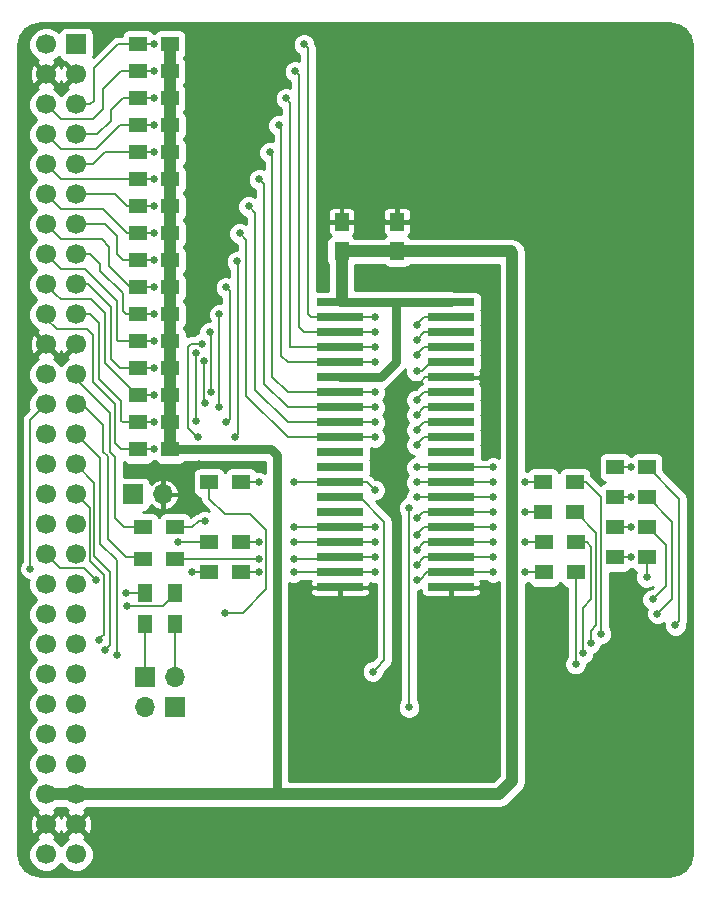
<source format=gtl>
G04 #@! TF.FileFunction,Copper,L1,Top,Signal*
%FSLAX46Y46*%
G04 Gerber Fmt 4.6, Leading zero omitted, Abs format (unit mm)*
G04 Created by KiCad (PCBNEW 4.0.7) date Wed Jun 27 14:29:21 2018*
%MOMM*%
%LPD*%
G01*
G04 APERTURE LIST*
%ADD10C,0.100000*%
%ADD11C,0.650000*%
%ADD12R,1.500000X1.300000*%
%ADD13R,1.300000X1.500000*%
%ADD14R,4.000000X0.635000*%
%ADD15R,1.700000X1.700000*%
%ADD16O,1.700000X1.700000*%
%ADD17R,1.250000X1.500000*%
%ADD18C,1.700000*%
%ADD19C,1.000000*%
%ADD20C,0.203200*%
%ADD21C,0.800000*%
%ADD22C,1.016000*%
%ADD23C,0.254000*%
G04 APERTURE END LIST*
D10*
D11*
X160972500Y-95567500D03*
X176000000Y-73914000D03*
X175250000Y-73914000D03*
X189250000Y-90424000D03*
X174500000Y-73914000D03*
X171200000Y-76149200D03*
X160800000Y-78100000D03*
X160782000Y-91948000D03*
X166000000Y-92000000D03*
X190000000Y-117500000D03*
X185500000Y-117500000D03*
X169500000Y-122000000D03*
X169500000Y-117500000D03*
X169000000Y-102500000D03*
X180500000Y-111000000D03*
X176500000Y-111000000D03*
X185500000Y-109500000D03*
X190000000Y-109500000D03*
X190000000Y-102641400D03*
X185674000Y-102641400D03*
X196697600Y-101600000D03*
X178206400Y-84886800D03*
X176174400Y-76149200D03*
D12*
X155622000Y-56388000D03*
X158322000Y-56388000D03*
X155622000Y-58674000D03*
X158322000Y-58674000D03*
X155622000Y-60960000D03*
X158322000Y-60960000D03*
X155636000Y-63246000D03*
X158336000Y-63246000D03*
X155636000Y-65532000D03*
X158336000Y-65532000D03*
X155636000Y-67818000D03*
X158336000Y-67818000D03*
X155636000Y-70104000D03*
X158336000Y-70104000D03*
X155636000Y-72390000D03*
X158336000Y-72390000D03*
X155636000Y-74676000D03*
X158336000Y-74676000D03*
X155636000Y-76962000D03*
X158336000Y-76962000D03*
X155636000Y-79248000D03*
X158336000Y-79248000D03*
X155636000Y-81534000D03*
X158336000Y-81534000D03*
X155636000Y-83820000D03*
X158336000Y-83820000D03*
X155636000Y-86106000D03*
X158336000Y-86106000D03*
X155636000Y-88392000D03*
X158336000Y-88392000D03*
X155636000Y-90678000D03*
X158336000Y-90678000D03*
X158750000Y-97282000D03*
X156050000Y-97282000D03*
X161638000Y-98552000D03*
X164338000Y-98552000D03*
X158750000Y-99949000D03*
X156050000Y-99949000D03*
X161638000Y-101092000D03*
X164338000Y-101092000D03*
X189992000Y-101092000D03*
X192692000Y-101092000D03*
X198708000Y-99822000D03*
X196008000Y-99822000D03*
X189992000Y-98552000D03*
X192692000Y-98552000D03*
X198708000Y-97282000D03*
X196008000Y-97282000D03*
X189912000Y-96012000D03*
X192612000Y-96012000D03*
X198708000Y-94742000D03*
X196008000Y-94742000D03*
X196008000Y-92202000D03*
X198708000Y-92202000D03*
X192612000Y-93472000D03*
X189912000Y-93472000D03*
D13*
X156210000Y-105490000D03*
X156210000Y-102790000D03*
X158750000Y-102790000D03*
X158750000Y-105490000D03*
D12*
X164338000Y-93472000D03*
X161638000Y-93472000D03*
D14*
X182120000Y-78232000D03*
X172720000Y-78232000D03*
X182120000Y-79502000D03*
X172720000Y-79502000D03*
X182120000Y-80772000D03*
X172720000Y-80772000D03*
X182120000Y-82042000D03*
X172720000Y-82042000D03*
X182120000Y-83312000D03*
X172720000Y-83312000D03*
X182120000Y-84582000D03*
X172720000Y-84582000D03*
X182120000Y-85852000D03*
X172720000Y-85852000D03*
X182120000Y-87122000D03*
X172720000Y-87122000D03*
X182120000Y-88392000D03*
X172720000Y-88392000D03*
X182120000Y-89662000D03*
X172720000Y-89662000D03*
X182120000Y-90932000D03*
X172720000Y-90932000D03*
X182120000Y-92202000D03*
X172720000Y-92202000D03*
X182120000Y-93472000D03*
X172720000Y-93472000D03*
X182120000Y-94742000D03*
X172720000Y-94742000D03*
X182120000Y-96012000D03*
X172720000Y-96012000D03*
X182120000Y-97282000D03*
X172720000Y-97282000D03*
X182120000Y-98552000D03*
X172720000Y-98552000D03*
X182120000Y-99822000D03*
X172720000Y-99822000D03*
X182120000Y-101092000D03*
X172720000Y-101092000D03*
X182120000Y-102362000D03*
X172720000Y-102362000D03*
D15*
X155194000Y-94488000D03*
D16*
X157734000Y-94488000D03*
D15*
X156210000Y-109960000D03*
D16*
X156210000Y-112500000D03*
D15*
X158750000Y-112522000D03*
D16*
X158750000Y-109982000D03*
D17*
X177546000Y-73894000D03*
X177546000Y-71394000D03*
X172847000Y-73894000D03*
X172847000Y-71394000D03*
D11*
X185674000Y-90424000D03*
D18*
X147828000Y-56388000D03*
D15*
X150368000Y-56388000D03*
D18*
X150368000Y-58928000D03*
X147828000Y-58928000D03*
X150368000Y-61468000D03*
X147828000Y-61468000D03*
X150368000Y-64008000D03*
X147828000Y-64008000D03*
X150368000Y-66548000D03*
X147828000Y-66548000D03*
X150368000Y-69088000D03*
X147828000Y-69088000D03*
X150368000Y-71628000D03*
X147828000Y-71628000D03*
X150368000Y-74168000D03*
X147828000Y-74168000D03*
X150368000Y-76708000D03*
X147828000Y-76708000D03*
X150368000Y-79248000D03*
X147828000Y-79248000D03*
X150368000Y-81788000D03*
X147828000Y-81788000D03*
X150368000Y-84328000D03*
X147828000Y-84328000D03*
X150368000Y-86868000D03*
X147828000Y-86868000D03*
X150368000Y-89408000D03*
X147828000Y-89408000D03*
X150368000Y-91948000D03*
X147828000Y-91948000D03*
X150368000Y-94488000D03*
X147828000Y-94488000D03*
X150368000Y-97028000D03*
X147828000Y-97028000D03*
X150368000Y-99568000D03*
X147828000Y-99568000D03*
X150368000Y-102108000D03*
X147828000Y-102108000D03*
X150368000Y-104648000D03*
X147828000Y-104648000D03*
X150368000Y-107188000D03*
X147828000Y-107188000D03*
X150368000Y-109728000D03*
X147828000Y-109728000D03*
X150368000Y-112268000D03*
X147828000Y-112268000D03*
X150368000Y-114808000D03*
X147828000Y-114808000D03*
X150368000Y-117348000D03*
X147828000Y-117348000D03*
X150368000Y-119888000D03*
X147828000Y-119888000D03*
X150368000Y-122428000D03*
X147828000Y-122428000D03*
X150368000Y-124968000D03*
X147828000Y-124968000D03*
D11*
X169672000Y-56388000D03*
X156972000Y-56388000D03*
X175641000Y-79502000D03*
X168910000Y-58674000D03*
X156972000Y-58674000D03*
X175640974Y-80772000D03*
X168148000Y-60960000D03*
X156972000Y-60960000D03*
X175641000Y-82042000D03*
X156972000Y-63246000D03*
X167513000Y-63246000D03*
X175641000Y-83312000D03*
X166751000Y-65532000D03*
X156972000Y-65532000D03*
X175641000Y-85852000D03*
X165862000Y-67818000D03*
X156972000Y-67818000D03*
X175641000Y-87122000D03*
X164973000Y-70104000D03*
X156972000Y-70104000D03*
X175641000Y-88392000D03*
X164211000Y-72390000D03*
X156972000Y-72390000D03*
X175641000Y-89662000D03*
X164000000Y-74750000D03*
X163829990Y-89662000D03*
X156972000Y-74676000D03*
X179197000Y-90297000D03*
X163068012Y-76962000D03*
X163068000Y-88392000D03*
X156972000Y-76962000D03*
X179196992Y-89027000D03*
X162500000Y-79250000D03*
X162433000Y-87122000D03*
X156972000Y-79248000D03*
X179197000Y-87757000D03*
X161671000Y-80772000D03*
X161798000Y-85852000D03*
X156972000Y-81534000D03*
X179196990Y-86487000D03*
X156972000Y-83820000D03*
X179214354Y-84063612D03*
X161250000Y-86750000D03*
X161163000Y-83185000D03*
X156972000Y-86106000D03*
X179197004Y-82677000D03*
X160500000Y-88249996D03*
X156971997Y-88392003D03*
X160500000Y-82500000D03*
X179197000Y-81407000D03*
X160655000Y-89662000D03*
X161000000Y-81750006D03*
X156972000Y-90678000D03*
X179197008Y-80137000D03*
X159004000Y-98552000D03*
X146507202Y-100787200D03*
X160147000Y-101092000D03*
X153797000Y-108077000D03*
X192659000Y-108839000D03*
X198678800Y-101498400D03*
X152781000Y-107696008D03*
X193294000Y-107950000D03*
X199186800Y-103378000D03*
X152273000Y-106807002D03*
X193929000Y-107061006D03*
X199593202Y-104597200D03*
X201117200Y-105562406D03*
X194818000Y-106299000D03*
X152019000Y-101727000D03*
X154559000Y-102870000D03*
X154686000Y-103891190D03*
X162941000Y-104521000D03*
X175499992Y-109500000D03*
X178562000Y-112522004D03*
X178562000Y-95631000D03*
X168782994Y-97282000D03*
X161250000Y-96750000D03*
X175641000Y-97282000D03*
X175641000Y-99822000D03*
X168783000Y-99949000D03*
X165862000Y-99949000D03*
X185674000Y-101092000D03*
X188341000Y-101092000D03*
X179197000Y-101727000D03*
X185674000Y-98552000D03*
X188341000Y-98552000D03*
X179197000Y-99187000D03*
X185674000Y-96012000D03*
X188341000Y-96012000D03*
X179197000Y-96520000D03*
X197358000Y-92202000D03*
X185674000Y-92202000D03*
X179197002Y-92202000D03*
X168783000Y-93471992D03*
X165862000Y-93472000D03*
X175641000Y-94107010D03*
X168783000Y-98552004D03*
X165862000Y-98552000D03*
X175641000Y-98552000D03*
X175641000Y-101092000D03*
X168783000Y-101092000D03*
X165862000Y-101092000D03*
X185674000Y-99822000D03*
X197358000Y-99822000D03*
X179197000Y-100457000D03*
X197358000Y-97282000D03*
X185674000Y-97282000D03*
X179197000Y-97917046D03*
X197358000Y-94742000D03*
X179197000Y-94742000D03*
X185674000Y-94742000D03*
X185674000Y-93472000D03*
X188341000Y-93472000D03*
X179196994Y-93472000D03*
D19*
X172847000Y-73894000D02*
X172847000Y-78105000D01*
D20*
X177546000Y-73894000D02*
X176020000Y-73894000D01*
X176020000Y-73894000D02*
X176000000Y-73914000D01*
X172720000Y-78232000D02*
X182120000Y-78232000D01*
X172847000Y-78105000D02*
X172720000Y-78232000D01*
D21*
X175133000Y-73894000D02*
X177546000Y-73894000D01*
X167005000Y-119888000D02*
X167386000Y-119507000D01*
X167386000Y-119507000D02*
X167386000Y-91186000D01*
X158436000Y-90678000D02*
X158336000Y-90678000D01*
X167386000Y-91186000D02*
X166878000Y-90678000D01*
X166878000Y-90678000D02*
X158436000Y-90678000D01*
D22*
X172847000Y-73894000D02*
X187197799Y-73894000D01*
X186182000Y-119888000D02*
X167005000Y-119888000D01*
X187197799Y-73894000D02*
X187304799Y-74001000D01*
X187304799Y-74001000D02*
X187304799Y-118765201D01*
X187304799Y-118765201D02*
X186182000Y-119888000D01*
X150368000Y-119888000D02*
X167005000Y-119888000D01*
D21*
X177419000Y-83312000D02*
X176149000Y-84582000D01*
X176149000Y-84582000D02*
X172720000Y-84582000D01*
X177419000Y-78232000D02*
X182120000Y-78232000D01*
X177419000Y-78232000D02*
X177419000Y-83312000D01*
X175520000Y-78232000D02*
X177419000Y-78232000D01*
X172720000Y-78232000D02*
X175520000Y-78232000D01*
D22*
X158322000Y-56444578D02*
X158322000Y-56261000D01*
X147828000Y-119888000D02*
X150368000Y-119888000D01*
X158322000Y-58674000D02*
X158322000Y-56388000D01*
X158322000Y-60960000D02*
X158322000Y-58674000D01*
X158336000Y-63246000D02*
X158336000Y-60974000D01*
X158336000Y-60974000D02*
X158322000Y-60960000D01*
X158336000Y-65532000D02*
X158336000Y-63246000D01*
X158336000Y-67818000D02*
X158336000Y-65532000D01*
X158336000Y-70104000D02*
X158336000Y-67818000D01*
X158336000Y-72390000D02*
X158336000Y-70104000D01*
X158336000Y-74676000D02*
X158336000Y-72390000D01*
X158336000Y-76962000D02*
X158336000Y-74676000D01*
X158336000Y-79248000D02*
X158336000Y-76962000D01*
X158336000Y-81534000D02*
X158336000Y-79248000D01*
X158336000Y-83820000D02*
X158336000Y-81534000D01*
X158336000Y-86106000D02*
X158336000Y-83820000D01*
X158336000Y-88392000D02*
X158336000Y-86106000D01*
X158336000Y-90678000D02*
X158336000Y-88392000D01*
X158336000Y-90678000D02*
X158336000Y-56402000D01*
X158336000Y-56402000D02*
X158322000Y-56388000D01*
D20*
X179561200Y-84937600D02*
X178054000Y-84937600D01*
X179916800Y-84582000D02*
X179561200Y-84937600D01*
X182120000Y-84582000D02*
X179916800Y-84582000D01*
X172720000Y-79502000D02*
X170252000Y-79502000D01*
X170252000Y-79502000D02*
X170000000Y-79250000D01*
X170000000Y-79250000D02*
X170000000Y-56716000D01*
X170000000Y-56716000D02*
X169672000Y-56388000D01*
X155622000Y-56388000D02*
X156972000Y-56388000D01*
X150368000Y-61468000D02*
X151570081Y-61468000D01*
X151570081Y-61468000D02*
X151892000Y-61146081D01*
X151892000Y-61146081D02*
X151892000Y-58420000D01*
X151892000Y-58420000D02*
X153924000Y-56388000D01*
X153924000Y-56388000D02*
X155622000Y-56388000D01*
X175641000Y-79502000D02*
X172720000Y-79502000D01*
X172720000Y-79502000D02*
X175514000Y-79502000D01*
X155636000Y-56388000D02*
X154940000Y-56388000D01*
X150368000Y-60960000D02*
X150368000Y-61468000D01*
X172720000Y-80772000D02*
X169672000Y-80772000D01*
X169672000Y-80772000D02*
X169250000Y-80350000D01*
X169250000Y-59014000D02*
X168910000Y-58674000D01*
X169250000Y-80350000D02*
X169250000Y-59014000D01*
X155622000Y-58674000D02*
X156972000Y-58674000D01*
X147828000Y-61468000D02*
X149098000Y-62738000D01*
X149098000Y-62738000D02*
X151765000Y-62738000D01*
X152654000Y-60198000D02*
X154178000Y-58674000D01*
X151765000Y-62738000D02*
X152654000Y-61849000D01*
X152654000Y-61849000D02*
X152654000Y-60198000D01*
X154178000Y-58674000D02*
X155622000Y-58674000D01*
X172720000Y-80772000D02*
X175640974Y-80772000D01*
X175514000Y-80772000D02*
X172720000Y-80772000D01*
X172720000Y-82042000D02*
X168529000Y-82042000D01*
X168529000Y-82042000D02*
X168500000Y-82013000D01*
X168500000Y-82013000D02*
X168500000Y-61312000D01*
X168500000Y-61312000D02*
X168148000Y-60960000D01*
X153289000Y-61976000D02*
X154305000Y-60960000D01*
X154305000Y-60960000D02*
X155622000Y-60960000D01*
X153289000Y-62865000D02*
X153289000Y-61976000D01*
X153289000Y-62865000D02*
X152146000Y-64008000D01*
X152146000Y-64008000D02*
X150368000Y-64008000D01*
X175641000Y-82042000D02*
X172720000Y-82042000D01*
X172720000Y-82042000D02*
X175514000Y-82042000D01*
X150368000Y-64008000D02*
X150876000Y-64008000D01*
X155522000Y-60960000D02*
X155622000Y-60960000D01*
X156972000Y-60960000D02*
X155636000Y-60960000D01*
X172720000Y-83312000D02*
X168275000Y-83312000D01*
X168275000Y-83312000D02*
X167750000Y-82787000D01*
X167750000Y-82787000D02*
X167750000Y-63483000D01*
X167750000Y-63483000D02*
X167513000Y-63246000D01*
X155636000Y-63246000D02*
X156972000Y-63246000D01*
X155636000Y-63246000D02*
X154051000Y-63246000D01*
X154051000Y-63246000D02*
X152019000Y-65278000D01*
X152019000Y-65278000D02*
X149098000Y-65278000D01*
X149098000Y-65278000D02*
X147828000Y-64008000D01*
X175641000Y-83312000D02*
X172720000Y-83312000D01*
X175514000Y-83312000D02*
X172720000Y-83312000D01*
X172720000Y-85852000D02*
X168275000Y-85852000D01*
X168275000Y-85852000D02*
X167000000Y-84577000D01*
X167000000Y-84577000D02*
X167000000Y-65781000D01*
X167000000Y-65781000D02*
X166751000Y-65532000D01*
X155636000Y-65532000D02*
X152781000Y-65532000D01*
X152781000Y-65532000D02*
X151765000Y-66548000D01*
X151765000Y-66548000D02*
X150368000Y-66548000D01*
X175641000Y-85852000D02*
X172720000Y-85852000D01*
X172720000Y-85852000D02*
X175514000Y-85852000D01*
X155636000Y-65532000D02*
X156972000Y-65532000D01*
X172720000Y-87122000D02*
X168275000Y-87122000D01*
X168275000Y-87122000D02*
X166250000Y-85097000D01*
X166250000Y-85097000D02*
X166250000Y-68206000D01*
X166250000Y-68206000D02*
X165862000Y-67818000D01*
X155636000Y-67818000D02*
X149098000Y-67818000D01*
X149098000Y-67818000D02*
X147828000Y-66548000D01*
X175641000Y-87122000D02*
X172720000Y-87122000D01*
X175387000Y-87122000D02*
X172720000Y-87122000D01*
X175641000Y-87122000D02*
X175514000Y-87122000D01*
X155636000Y-67818000D02*
X156972000Y-67818000D01*
X172720000Y-88392000D02*
X168275000Y-88392000D01*
X168275000Y-88392000D02*
X165500000Y-85617000D01*
X165500000Y-85617000D02*
X165500000Y-70631000D01*
X165500000Y-70631000D02*
X164973000Y-70104000D01*
X153666800Y-69088000D02*
X150368000Y-69088000D01*
X154682800Y-70104000D02*
X153666800Y-69088000D01*
X155636000Y-70104000D02*
X154682800Y-70104000D01*
X172720000Y-88392000D02*
X175641000Y-88392000D01*
X155636000Y-70104000D02*
X156972000Y-70104000D01*
X172720000Y-89662000D02*
X168275000Y-89662000D01*
X168275000Y-89662000D02*
X164750000Y-86137000D01*
X164750000Y-86137000D02*
X164750000Y-72929000D01*
X164750000Y-72929000D02*
X164211000Y-72390000D01*
X155636000Y-72390000D02*
X154682800Y-72390000D01*
X154682800Y-72390000D02*
X152650800Y-70358000D01*
X152650800Y-70358000D02*
X149098000Y-70358000D01*
X149098000Y-70358000D02*
X147828000Y-69088000D01*
X175641000Y-89662000D02*
X172720000Y-89662000D01*
X172720000Y-89662000D02*
X175514000Y-89662000D01*
X155636000Y-72390000D02*
X156972000Y-72390000D01*
X163829990Y-89662000D02*
X164084000Y-89407990D01*
X164084000Y-74834000D02*
X164078802Y-74828802D01*
X164084000Y-89407990D02*
X164084000Y-74834000D01*
X164078802Y-74828802D02*
X164000000Y-74750000D01*
X156972000Y-74676000D02*
X155636000Y-74676000D01*
X155636000Y-74676000D02*
X154305000Y-74676000D01*
X152527000Y-71628000D02*
X150368000Y-71628000D01*
X154305000Y-74676000D02*
X153797000Y-74168000D01*
X153797000Y-74168000D02*
X153797000Y-72644000D01*
X153797000Y-72644000D02*
X152781000Y-71628000D01*
X152781000Y-71628000D02*
X152527000Y-71628000D01*
X155636000Y-74676000D02*
X155575000Y-74676000D01*
X179832000Y-89662000D02*
X179521999Y-89972001D01*
X182120000Y-89662000D02*
X179832000Y-89662000D01*
X179521999Y-89972001D02*
X179197000Y-90297000D01*
X163392999Y-77286987D02*
X163068012Y-76962000D01*
X163068000Y-88392000D02*
X163392999Y-88067001D01*
X163392999Y-88067001D02*
X163392999Y-77286987D01*
X155636000Y-76962000D02*
X156972000Y-76962000D01*
X147828000Y-71628000D02*
X149098000Y-72898000D01*
X149098000Y-72898000D02*
X152527000Y-72898000D01*
X152527000Y-72898000D02*
X153162000Y-73533000D01*
X153162000Y-73533000D02*
X153162000Y-75184000D01*
X153162000Y-75184000D02*
X154940000Y-76962000D01*
X154940000Y-76962000D02*
X155636000Y-76962000D01*
X155636000Y-76962000D02*
X155575000Y-76962000D01*
X179521991Y-88702001D02*
X179196992Y-89027000D01*
X182120000Y-88392000D02*
X179831992Y-88392000D01*
X179831992Y-88392000D02*
X179521991Y-88702001D01*
X162433000Y-87122000D02*
X162500000Y-87055000D01*
X162500000Y-87055000D02*
X162500000Y-79250000D01*
X150368000Y-74168000D02*
X151570081Y-74168000D01*
X151570081Y-74168000D02*
X152400000Y-74997919D01*
X152400000Y-74997919D02*
X152400000Y-75565000D01*
X152400000Y-75565000D02*
X154305000Y-77470000D01*
X154305000Y-78994000D02*
X154559000Y-79248000D01*
X154305000Y-77470000D02*
X154305000Y-78994000D01*
X154559000Y-79248000D02*
X155636000Y-79248000D01*
X180437500Y-87122000D02*
X179832000Y-87122000D01*
X179832000Y-87122000D02*
X179197000Y-87757000D01*
X182120000Y-87122000D02*
X180437500Y-87122000D01*
X155636000Y-79248000D02*
X156972000Y-79248000D01*
X151130000Y-75438000D02*
X149098000Y-75438000D01*
X149098000Y-75438000D02*
X147828000Y-74168000D01*
X153797000Y-78105000D02*
X151130000Y-75438000D01*
X153797000Y-81407000D02*
X153797000Y-78105000D01*
X153924000Y-81534000D02*
X153797000Y-81407000D01*
X155636000Y-81534000D02*
X153924000Y-81534000D01*
X161798000Y-80899000D02*
X161671000Y-80772000D01*
X161798000Y-81534000D02*
X161798000Y-80899000D01*
X161798000Y-85852000D02*
X161798000Y-81534000D01*
X179521989Y-86162001D02*
X179196990Y-86487000D01*
X179831990Y-85852000D02*
X179521989Y-86162001D01*
X182120000Y-85852000D02*
X179831990Y-85852000D01*
X155636000Y-81534000D02*
X156972000Y-81534000D01*
X155636000Y-83820000D02*
X154109106Y-83820000D01*
X154109106Y-83820000D02*
X153289000Y-82999894D01*
X153289000Y-82999894D02*
X153289000Y-78613000D01*
X153289000Y-78613000D02*
X151384000Y-76708000D01*
X151384000Y-76708000D02*
X150368000Y-76708000D01*
X179685888Y-84063612D02*
X179673973Y-84063612D01*
X182120000Y-83312000D02*
X180437500Y-83312000D01*
X180437500Y-83312000D02*
X179685888Y-84063612D01*
X179673973Y-84063612D02*
X179214354Y-84063612D01*
X155636000Y-83820000D02*
X156972000Y-83820000D01*
X149098000Y-77978000D02*
X148677999Y-77557999D01*
X148677999Y-77557999D02*
X147828000Y-76708000D01*
X151638000Y-77978000D02*
X149098000Y-77978000D01*
X152806411Y-83376411D02*
X152806411Y-79146411D01*
X155536000Y-86106000D02*
X152806411Y-83376411D01*
X155636000Y-86106000D02*
X155536000Y-86106000D01*
X152806411Y-79146411D02*
X151638000Y-77978000D01*
X161163000Y-86663000D02*
X161250000Y-86750000D01*
X161163000Y-83185000D02*
X161163000Y-86663000D01*
X155636000Y-86106000D02*
X156972000Y-86106000D01*
X179522003Y-82352001D02*
X179197004Y-82677000D01*
X182120000Y-82042000D02*
X179832004Y-82042000D01*
X179832004Y-82042000D02*
X179522003Y-82352001D01*
X155636000Y-88392000D02*
X154305000Y-88392000D01*
X154305000Y-88392000D02*
X154178000Y-88265000D01*
X154178000Y-88265000D02*
X154178000Y-86614000D01*
X154178000Y-86614000D02*
X152273000Y-84709000D01*
X152273000Y-84709000D02*
X152273000Y-79950919D01*
X152273000Y-79950919D02*
X151570081Y-79248000D01*
X151570081Y-79248000D02*
X150368000Y-79248000D01*
X155636000Y-88392000D02*
X155636000Y-88199000D01*
X160500000Y-82500000D02*
X160500000Y-88249996D01*
X155636000Y-88392000D02*
X156971994Y-88392000D01*
X156971994Y-88392000D02*
X156971997Y-88392003D01*
X160451000Y-82500000D02*
X160500000Y-82500000D01*
X182120000Y-80772000D02*
X179832000Y-80772000D01*
X179832000Y-80772000D02*
X179197000Y-81407000D01*
X160330001Y-89337001D02*
X160655000Y-89662000D01*
X159822001Y-88829001D02*
X160330001Y-89337001D01*
X160067888Y-81750006D02*
X159822001Y-81995893D01*
X161000000Y-81750006D02*
X160067888Y-81750006D01*
X159822001Y-81995893D02*
X159822001Y-88829001D01*
X147828000Y-79248000D02*
X147828000Y-79629000D01*
X153670000Y-86868000D02*
X153670000Y-90170000D01*
X147828000Y-79629000D02*
X148717000Y-80518000D01*
X151765000Y-84963000D02*
X153670000Y-86868000D01*
X148717000Y-80518000D02*
X151257000Y-80518000D01*
X151257000Y-80518000D02*
X151765000Y-81026000D01*
X151765000Y-81026000D02*
X151765000Y-84963000D01*
X153670000Y-90170000D02*
X154178000Y-90678000D01*
X154178000Y-90678000D02*
X155636000Y-90678000D01*
X155636000Y-90678000D02*
X154813000Y-90678000D01*
X155636000Y-90678000D02*
X156972000Y-90678000D01*
X179832008Y-79502000D02*
X179522007Y-79812001D01*
X182120000Y-79502000D02*
X179832008Y-79502000D01*
X179522007Y-79812001D02*
X179197008Y-80137000D01*
X153670000Y-96520000D02*
X153670000Y-91313000D01*
X153670000Y-91313000D02*
X153263590Y-90906590D01*
X153263590Y-90906590D02*
X153263590Y-87604590D01*
X150368000Y-84709000D02*
X150368000Y-84328000D01*
X153263590Y-87604590D02*
X150368000Y-84709000D01*
X153670000Y-96520000D02*
X154432000Y-97282000D01*
X154432000Y-97282000D02*
X156050000Y-97282000D01*
X159004000Y-98552000D02*
X161638000Y-98552000D01*
X153035000Y-98298000D02*
X154559000Y-99822000D01*
X154559000Y-99822000D02*
X156050000Y-99822000D01*
X153035000Y-91252750D02*
X153035000Y-98298000D01*
X152654000Y-88646000D02*
X152654000Y-90871750D01*
X152654000Y-90871750D02*
X153035000Y-91252750D01*
X150368000Y-86868000D02*
X150876000Y-86868000D01*
X150876000Y-86868000D02*
X152654000Y-88646000D01*
X155829000Y-99822000D02*
X156050000Y-99822000D01*
X146507202Y-100327581D02*
X146507202Y-100787200D01*
X147828000Y-86868000D02*
X146507202Y-88188798D01*
X146507202Y-88188798D02*
X146507202Y-100327581D01*
X161638000Y-101092000D02*
X160147000Y-101092000D01*
X161511000Y-101219000D02*
X161384000Y-101092000D01*
X150368000Y-89408000D02*
X152400000Y-91440000D01*
X152400000Y-98679000D02*
X153797000Y-100076000D01*
X152400000Y-91440000D02*
X152400000Y-98679000D01*
X153797000Y-107617381D02*
X153797000Y-108077000D01*
X153797000Y-100076000D02*
X153797000Y-107617381D01*
X192692000Y-103345000D02*
X192659000Y-103378000D01*
X192659000Y-103378000D02*
X192659000Y-108839000D01*
X192692000Y-102522000D02*
X192692000Y-103345000D01*
X192692000Y-101092000D02*
X192692000Y-102522000D01*
X198708000Y-101469200D02*
X198678800Y-101498400D01*
X198708000Y-99822000D02*
X198708000Y-101469200D01*
X153232999Y-107244009D02*
X153105999Y-107371009D01*
X151929211Y-99732211D02*
X153232999Y-101035999D01*
X153232999Y-101035999D02*
X153232999Y-107244009D01*
X151929211Y-93509211D02*
X151929211Y-99732211D01*
X150368000Y-91948000D02*
X151929211Y-93509211D01*
X153105999Y-107371009D02*
X152781000Y-107696008D01*
X194005180Y-103378000D02*
X193294000Y-104089180D01*
X193294000Y-104089180D02*
X193294000Y-107950000D01*
X194005180Y-98911980D02*
X194005180Y-103378000D01*
X192692000Y-98552000D02*
X193645200Y-98552000D01*
X193645200Y-98552000D02*
X194005180Y-98911980D01*
X192692000Y-98552000D02*
X192792000Y-98552000D01*
X200324599Y-98798599D02*
X200324599Y-102240201D01*
X198808000Y-97282000D02*
X200324599Y-98798599D01*
X198708000Y-97282000D02*
X198808000Y-97282000D01*
X199511799Y-103053001D02*
X199186800Y-103378000D01*
X200324599Y-102240201D02*
X199511799Y-103053001D01*
X152724999Y-106355003D02*
X152597999Y-106482003D01*
X152724999Y-101289999D02*
X152724999Y-106355003D01*
X151522801Y-100087801D02*
X152724999Y-101289999D01*
X151522801Y-95642801D02*
X151522801Y-100087801D01*
X152597999Y-106482003D02*
X152273000Y-106807002D01*
X150368000Y-94488000D02*
X151522801Y-95642801D01*
X193929000Y-106601387D02*
X193929000Y-107061006D01*
X193929000Y-106026631D02*
X193929000Y-106601387D01*
X192712000Y-96012000D02*
X194411590Y-97711590D01*
X192612000Y-96012000D02*
X192712000Y-96012000D01*
X194411590Y-97711590D02*
X194411590Y-105544041D01*
X194411590Y-105544041D02*
X193929000Y-106026631D01*
X198708000Y-94742000D02*
X198808000Y-94742000D01*
X198808000Y-94742000D02*
X200863200Y-96797200D01*
X200863200Y-96797200D02*
X200863200Y-103327202D01*
X200863200Y-103327202D02*
X199918201Y-104272201D01*
X199918201Y-104272201D02*
X199593202Y-104597200D01*
X201442199Y-105237407D02*
X201117200Y-105562406D01*
X201442199Y-94836199D02*
X201442199Y-105237407D01*
X198808000Y-92202000D02*
X201442199Y-94836199D01*
X198708000Y-92202000D02*
X198808000Y-92202000D01*
X194818000Y-103251000D02*
X194818000Y-106299000D01*
X194818000Y-94724800D02*
X194818000Y-103251000D01*
X194818000Y-103251000D02*
X194818000Y-103378000D01*
X147828000Y-99568000D02*
X148982801Y-100722801D01*
X148982801Y-100722801D02*
X151014801Y-100722801D01*
X151014801Y-100722801D02*
X152019000Y-101727000D01*
X192612000Y-93472000D02*
X193565200Y-93472000D01*
X193565200Y-93472000D02*
X194818000Y-94724800D01*
X154559000Y-102870000D02*
X156130000Y-102870000D01*
X156130000Y-102870000D02*
X156210000Y-102790000D01*
X155145619Y-103891190D02*
X154686000Y-103891190D01*
X157748810Y-103891190D02*
X155145619Y-103891190D01*
X158750000Y-102890000D02*
X157748810Y-103891190D01*
X158750000Y-102790000D02*
X158750000Y-102890000D01*
X158750000Y-102790000D02*
X158750000Y-102690000D01*
X161638000Y-93472000D02*
X161638000Y-94836000D01*
X165100000Y-96139000D02*
X166491801Y-97530801D01*
X166491801Y-102494199D02*
X164465000Y-104521000D01*
X161638000Y-94836000D02*
X162941000Y-96139000D01*
X162941000Y-96139000D02*
X165100000Y-96139000D01*
X166491801Y-97530801D02*
X166491801Y-102494199D01*
X164465000Y-104521000D02*
X162941000Y-104521000D01*
X150876000Y-104140000D02*
X150368000Y-104648000D01*
X161417000Y-93218000D02*
X161638000Y-93439000D01*
X161638000Y-93439000D02*
X161638000Y-93472000D01*
X156210000Y-109960000D02*
X156210000Y-105490000D01*
X175824991Y-109175001D02*
X175499992Y-109500000D01*
X172720000Y-94742000D02*
X174402500Y-94742000D01*
X176473999Y-108525993D02*
X175824991Y-109175001D01*
X176473999Y-96813499D02*
X176473999Y-108525993D01*
X174402500Y-94742000D02*
X176473999Y-96813499D01*
X178562000Y-112395000D02*
X178562000Y-112522004D01*
X178562000Y-95631000D02*
X178562000Y-112395000D01*
X158750000Y-109982000D02*
X158750000Y-105490000D01*
X169242613Y-97282000D02*
X168782994Y-97282000D01*
X172656000Y-97282000D02*
X169242613Y-97282000D01*
X172720000Y-97282000D02*
X168782994Y-97282000D01*
X172688000Y-97250000D02*
X172656000Y-97282000D01*
X158750000Y-97282000D02*
X160218000Y-97282000D01*
X160218000Y-97282000D02*
X160750000Y-96750000D01*
X160750000Y-96750000D02*
X161250000Y-96750000D01*
X174402500Y-97282000D02*
X172720000Y-97282000D01*
X172720000Y-97282000D02*
X175641000Y-97282000D01*
X172720000Y-99822000D02*
X175641000Y-99822000D01*
X158750000Y-99822000D02*
X158877000Y-99949000D01*
X158877000Y-99949000D02*
X165862000Y-99949000D01*
X168783000Y-99949000D02*
X172593000Y-99949000D01*
X172593000Y-99949000D02*
X172720000Y-99822000D01*
X185674000Y-101092000D02*
X182120000Y-101092000D01*
X189992000Y-101092000D02*
X188341000Y-101092000D01*
X182120000Y-101092000D02*
X180086000Y-101092000D01*
X180086000Y-101092000D02*
X179451000Y-101727000D01*
X179451000Y-101727000D02*
X179197000Y-101727000D01*
X185674000Y-98552000D02*
X185214381Y-98552000D01*
X185214381Y-98552000D02*
X182120000Y-98552000D01*
X189992000Y-98552000D02*
X188341000Y-98552000D01*
X182120000Y-98552000D02*
X179832000Y-98552000D01*
X179832000Y-98552000D02*
X179197000Y-99187000D01*
X185674000Y-96012000D02*
X182120000Y-96012000D01*
X189912000Y-96012000D02*
X188341000Y-96012000D01*
X179705000Y-96012000D02*
X179197000Y-96520000D01*
X182120000Y-96012000D02*
X179705000Y-96012000D01*
X182120000Y-96012000D02*
X180437500Y-96012000D01*
X197358000Y-92202000D02*
X196008000Y-92202000D01*
X185674000Y-92202000D02*
X182120000Y-92202000D01*
X182120000Y-92202000D02*
X179197002Y-92202000D01*
X168783008Y-93472000D02*
X168783000Y-93471992D01*
X169164000Y-93472000D02*
X168783008Y-93472000D01*
X172720000Y-93472000D02*
X169164000Y-93472000D01*
X164338000Y-93472000D02*
X165862000Y-93472000D01*
X172466000Y-93726000D02*
X172720000Y-93472000D01*
X172720000Y-93472000D02*
X175005990Y-93472000D01*
X175005990Y-93472000D02*
X175316001Y-93782011D01*
X175316001Y-93782011D02*
X175641000Y-94107010D01*
X168783004Y-98552000D02*
X168783000Y-98552004D01*
X169164000Y-98552000D02*
X168783004Y-98552000D01*
X172720000Y-98552000D02*
X169164000Y-98552000D01*
X164338000Y-98552000D02*
X165862000Y-98552000D01*
X172720000Y-98552000D02*
X175641000Y-98552000D01*
X172720000Y-101092000D02*
X175641000Y-101092000D01*
X172720000Y-101092000D02*
X168783000Y-101092000D01*
X164338000Y-101092000D02*
X165862000Y-101092000D01*
X182120000Y-99822000D02*
X185674000Y-99822000D01*
X197358000Y-99822000D02*
X196008000Y-99822000D01*
X179197000Y-100457000D02*
X179832000Y-99822000D01*
X179832000Y-99822000D02*
X182120000Y-99822000D01*
X197358000Y-97282000D02*
X196008000Y-97282000D01*
X182120000Y-97282000D02*
X185674000Y-97282000D01*
X182120000Y-97282000D02*
X179832046Y-97282000D01*
X179521999Y-97592047D02*
X179197000Y-97917046D01*
X179832046Y-97282000D02*
X179521999Y-97592047D01*
X197358000Y-94742000D02*
X196008000Y-94742000D01*
X182120000Y-94742000D02*
X179324000Y-94742000D01*
X179324000Y-94742000D02*
X179197000Y-94742000D01*
X182120000Y-94742000D02*
X185674000Y-94742000D01*
X185674000Y-93472000D02*
X182120000Y-93472000D01*
X189912000Y-93472000D02*
X188341000Y-93472000D01*
X182120000Y-93472000D02*
X179196994Y-93472000D01*
D23*
G36*
X201354989Y-54710152D02*
X201944170Y-55103830D01*
X202337848Y-55693011D01*
X202490000Y-56457931D01*
X202490000Y-124898069D01*
X202337848Y-125662989D01*
X201944170Y-126252170D01*
X201354989Y-126645848D01*
X200590069Y-126798000D01*
X147389931Y-126798000D01*
X146625011Y-126645848D01*
X146035830Y-126252170D01*
X145642152Y-125662989D01*
X145562409Y-125262089D01*
X146342743Y-125262089D01*
X146568344Y-125808086D01*
X146985717Y-126226188D01*
X147531319Y-126452742D01*
X148122089Y-126453257D01*
X148668086Y-126227656D01*
X149086188Y-125810283D01*
X149097748Y-125782443D01*
X149108344Y-125808086D01*
X149525717Y-126226188D01*
X150071319Y-126452742D01*
X150662089Y-126453257D01*
X151208086Y-126227656D01*
X151626188Y-125810283D01*
X151852742Y-125264681D01*
X151853257Y-124673911D01*
X151627656Y-124127914D01*
X151210283Y-123709812D01*
X151045614Y-123641435D01*
X151133062Y-123605213D01*
X151214499Y-123377737D01*
X150368000Y-122531238D01*
X149521501Y-123377737D01*
X149602938Y-123605213D01*
X149691710Y-123640665D01*
X149527914Y-123708344D01*
X149109812Y-124125717D01*
X149098252Y-124153557D01*
X149087656Y-124127914D01*
X148670283Y-123709812D01*
X148505614Y-123641435D01*
X148593062Y-123605213D01*
X148674499Y-123377737D01*
X147828000Y-122531238D01*
X146981501Y-123377737D01*
X147062938Y-123605213D01*
X147151710Y-123640665D01*
X146987914Y-123708344D01*
X146569812Y-124125717D01*
X146343258Y-124671319D01*
X146342743Y-125262089D01*
X145562409Y-125262089D01*
X145490000Y-124898069D01*
X145490000Y-122171675D01*
X146447620Y-122171675D01*
X146454603Y-122719435D01*
X146650787Y-123193062D01*
X146878263Y-123274499D01*
X147724762Y-122428000D01*
X147931238Y-122428000D01*
X148777737Y-123274499D01*
X149005213Y-123193062D01*
X149096305Y-122964964D01*
X149190787Y-123193062D01*
X149418263Y-123274499D01*
X150264762Y-122428000D01*
X150471238Y-122428000D01*
X151317737Y-123274499D01*
X151545213Y-123193062D01*
X151748380Y-122684325D01*
X151741397Y-122136565D01*
X151545213Y-121662938D01*
X151317737Y-121581501D01*
X150471238Y-122428000D01*
X150264762Y-122428000D01*
X149418263Y-121581501D01*
X149190787Y-121662938D01*
X149099695Y-121891036D01*
X149005213Y-121662938D01*
X148777737Y-121581501D01*
X147931238Y-122428000D01*
X147724762Y-122428000D01*
X146878263Y-121581501D01*
X146650787Y-121662938D01*
X146447620Y-122171675D01*
X145490000Y-122171675D01*
X145490000Y-100977318D01*
X145547035Y-100977318D01*
X145692879Y-101330286D01*
X145962695Y-101600574D01*
X146315408Y-101747033D01*
X146369932Y-101747081D01*
X146343258Y-101811319D01*
X146342743Y-102402089D01*
X146568344Y-102948086D01*
X146985717Y-103366188D01*
X147013557Y-103377748D01*
X146987914Y-103388344D01*
X146569812Y-103805717D01*
X146343258Y-104351319D01*
X146342743Y-104942089D01*
X146568344Y-105488086D01*
X146985717Y-105906188D01*
X147013557Y-105917748D01*
X146987914Y-105928344D01*
X146569812Y-106345717D01*
X146343258Y-106891319D01*
X146342743Y-107482089D01*
X146568344Y-108028086D01*
X146985717Y-108446188D01*
X147013557Y-108457748D01*
X146987914Y-108468344D01*
X146569812Y-108885717D01*
X146343258Y-109431319D01*
X146342743Y-110022089D01*
X146568344Y-110568086D01*
X146985717Y-110986188D01*
X147013557Y-110997748D01*
X146987914Y-111008344D01*
X146569812Y-111425717D01*
X146343258Y-111971319D01*
X146342743Y-112562089D01*
X146568344Y-113108086D01*
X146985717Y-113526188D01*
X147013557Y-113537748D01*
X146987914Y-113548344D01*
X146569812Y-113965717D01*
X146343258Y-114511319D01*
X146342743Y-115102089D01*
X146568344Y-115648086D01*
X146985717Y-116066188D01*
X147013557Y-116077748D01*
X146987914Y-116088344D01*
X146569812Y-116505717D01*
X146343258Y-117051319D01*
X146342743Y-117642089D01*
X146568344Y-118188086D01*
X146985717Y-118606188D01*
X147013557Y-118617748D01*
X146987914Y-118628344D01*
X146569812Y-119045717D01*
X146343258Y-119591319D01*
X146342743Y-120182089D01*
X146568344Y-120728086D01*
X146985717Y-121146188D01*
X147150386Y-121214565D01*
X147062938Y-121250787D01*
X146981501Y-121478263D01*
X147828000Y-122324762D01*
X148674499Y-121478263D01*
X148593062Y-121250787D01*
X148504290Y-121215335D01*
X148668086Y-121147656D01*
X148784946Y-121031000D01*
X149410730Y-121031000D01*
X149525717Y-121146188D01*
X149690386Y-121214565D01*
X149602938Y-121250787D01*
X149521501Y-121478263D01*
X150368000Y-122324762D01*
X151214499Y-121478263D01*
X151133062Y-121250787D01*
X151044290Y-121215335D01*
X151208086Y-121147656D01*
X151324946Y-121031000D01*
X186182000Y-121031000D01*
X186619407Y-120943994D01*
X186990223Y-120696223D01*
X188113022Y-119573424D01*
X188360793Y-119202608D01*
X188447799Y-118765201D01*
X188447799Y-102052094D01*
X188531118Y-102052167D01*
X188654261Y-102001285D01*
X188777910Y-102193441D01*
X188990110Y-102338431D01*
X189242000Y-102389440D01*
X190742000Y-102389440D01*
X190977317Y-102345162D01*
X191193441Y-102206090D01*
X191338431Y-101993890D01*
X191341081Y-101980803D01*
X191477910Y-102193441D01*
X191690110Y-102338431D01*
X191942000Y-102389440D01*
X191955400Y-102389440D01*
X191955400Y-103212097D01*
X191922400Y-103378000D01*
X191922400Y-108217853D01*
X191845626Y-108294493D01*
X191699167Y-108647206D01*
X191698833Y-109029118D01*
X191844677Y-109382086D01*
X192114493Y-109652374D01*
X192467206Y-109798833D01*
X192849118Y-109799167D01*
X193202086Y-109653323D01*
X193472374Y-109383507D01*
X193618833Y-109030794D01*
X193618987Y-108854440D01*
X193837086Y-108764323D01*
X194107374Y-108494507D01*
X194253833Y-108141794D01*
X194253987Y-107965446D01*
X194472086Y-107875329D01*
X194742374Y-107605513D01*
X194886233Y-107259060D01*
X195008118Y-107259167D01*
X195361086Y-107113323D01*
X195631374Y-106843507D01*
X195777833Y-106490794D01*
X195778167Y-106108882D01*
X195632323Y-105755914D01*
X195554600Y-105678055D01*
X195554600Y-101119440D01*
X196758000Y-101119440D01*
X196993317Y-101075162D01*
X197209441Y-100936090D01*
X197314751Y-100781963D01*
X197402921Y-100782040D01*
X197493910Y-100923441D01*
X197706110Y-101068431D01*
X197809197Y-101089307D01*
X197718967Y-101306606D01*
X197718633Y-101688518D01*
X197864477Y-102041486D01*
X198134293Y-102311774D01*
X198487006Y-102458233D01*
X198868918Y-102458567D01*
X199202256Y-102320834D01*
X199105162Y-102417928D01*
X198996682Y-102417833D01*
X198643714Y-102563677D01*
X198373426Y-102833493D01*
X198226967Y-103186206D01*
X198226633Y-103568118D01*
X198372477Y-103921086D01*
X198642293Y-104191374D01*
X198710485Y-104219690D01*
X198633369Y-104405406D01*
X198633035Y-104787318D01*
X198778879Y-105140286D01*
X199048695Y-105410574D01*
X199401408Y-105557033D01*
X199783320Y-105557367D01*
X200136288Y-105411523D01*
X200157350Y-105390498D01*
X200157033Y-105752524D01*
X200302877Y-106105492D01*
X200572693Y-106375780D01*
X200925406Y-106522239D01*
X201307318Y-106522573D01*
X201660286Y-106376729D01*
X201930574Y-106106913D01*
X202077033Y-105754200D01*
X202077179Y-105587463D01*
X202122729Y-105519292D01*
X202178799Y-105237407D01*
X202178799Y-94836199D01*
X202122729Y-94554314D01*
X201963054Y-94315344D01*
X200105440Y-92457730D01*
X200105440Y-91552000D01*
X200061162Y-91316683D01*
X199922090Y-91100559D01*
X199709890Y-90955569D01*
X199458000Y-90904560D01*
X197958000Y-90904560D01*
X197722683Y-90948838D01*
X197506559Y-91087910D01*
X197401249Y-91242037D01*
X197313079Y-91241960D01*
X197222090Y-91100559D01*
X197009890Y-90955569D01*
X196758000Y-90904560D01*
X195258000Y-90904560D01*
X195022683Y-90948838D01*
X194806559Y-91087910D01*
X194661569Y-91300110D01*
X194610560Y-91552000D01*
X194610560Y-92852000D01*
X194654838Y-93087317D01*
X194793910Y-93303441D01*
X195006110Y-93448431D01*
X195117523Y-93470993D01*
X195022683Y-93488838D01*
X194806559Y-93627910D01*
X194788805Y-93653895D01*
X194086055Y-92951145D01*
X194009440Y-92899952D01*
X194009440Y-92822000D01*
X193965162Y-92586683D01*
X193826090Y-92370559D01*
X193613890Y-92225569D01*
X193362000Y-92174560D01*
X191862000Y-92174560D01*
X191626683Y-92218838D01*
X191410559Y-92357910D01*
X191265569Y-92570110D01*
X191262919Y-92583197D01*
X191126090Y-92370559D01*
X190913890Y-92225569D01*
X190662000Y-92174560D01*
X189162000Y-92174560D01*
X188926683Y-92218838D01*
X188710559Y-92357910D01*
X188589166Y-92535575D01*
X188532794Y-92512167D01*
X188447799Y-92512093D01*
X188447799Y-74001000D01*
X188360793Y-73563593D01*
X188113022Y-73192777D01*
X188006022Y-73085777D01*
X187635206Y-72838006D01*
X187197799Y-72751000D01*
X178672696Y-72751000D01*
X178635090Y-72692559D01*
X178476257Y-72584033D01*
X178617769Y-72442522D01*
X178698000Y-72248827D01*
X178698000Y-71598750D01*
X178566250Y-71467000D01*
X177619000Y-71467000D01*
X177619000Y-71487000D01*
X177473000Y-71487000D01*
X177473000Y-71467000D01*
X176525750Y-71467000D01*
X176394000Y-71598750D01*
X176394000Y-72248827D01*
X176474231Y-72442522D01*
X176616844Y-72585134D01*
X176469559Y-72679910D01*
X176420985Y-72751000D01*
X173973696Y-72751000D01*
X173936090Y-72692559D01*
X173777257Y-72584033D01*
X173918769Y-72442522D01*
X173999000Y-72248827D01*
X173999000Y-71598750D01*
X173867250Y-71467000D01*
X172920000Y-71467000D01*
X172920000Y-71487000D01*
X172774000Y-71487000D01*
X172774000Y-71467000D01*
X171826750Y-71467000D01*
X171695000Y-71598750D01*
X171695000Y-72248827D01*
X171775231Y-72442522D01*
X171917844Y-72585134D01*
X171770559Y-72679910D01*
X171625569Y-72892110D01*
X171574560Y-73144000D01*
X171574560Y-74644000D01*
X171618838Y-74879317D01*
X171712000Y-75024095D01*
X171712000Y-77267060D01*
X170736600Y-77267060D01*
X170736600Y-70539173D01*
X171695000Y-70539173D01*
X171695000Y-71189250D01*
X171826750Y-71321000D01*
X172774000Y-71321000D01*
X172774000Y-70248750D01*
X172920000Y-70248750D01*
X172920000Y-71321000D01*
X173867250Y-71321000D01*
X173999000Y-71189250D01*
X173999000Y-70539173D01*
X176394000Y-70539173D01*
X176394000Y-71189250D01*
X176525750Y-71321000D01*
X177473000Y-71321000D01*
X177473000Y-70248750D01*
X177619000Y-70248750D01*
X177619000Y-71321000D01*
X178566250Y-71321000D01*
X178698000Y-71189250D01*
X178698000Y-70539173D01*
X178617769Y-70345478D01*
X178469521Y-70197231D01*
X178275827Y-70117000D01*
X177750750Y-70117000D01*
X177619000Y-70248750D01*
X177473000Y-70248750D01*
X177341250Y-70117000D01*
X176816173Y-70117000D01*
X176622479Y-70197231D01*
X176474231Y-70345478D01*
X176394000Y-70539173D01*
X173999000Y-70539173D01*
X173918769Y-70345478D01*
X173770521Y-70197231D01*
X173576827Y-70117000D01*
X173051750Y-70117000D01*
X172920000Y-70248750D01*
X172774000Y-70248750D01*
X172642250Y-70117000D01*
X172117173Y-70117000D01*
X171923479Y-70197231D01*
X171775231Y-70345478D01*
X171695000Y-70539173D01*
X170736600Y-70539173D01*
X170736600Y-56716000D01*
X170680530Y-56434115D01*
X170632024Y-56361521D01*
X170632167Y-56197882D01*
X170486323Y-55844914D01*
X170216507Y-55574626D01*
X169863794Y-55428167D01*
X169481882Y-55427833D01*
X169128914Y-55573677D01*
X168858626Y-55843493D01*
X168712167Y-56196206D01*
X168711833Y-56578118D01*
X168857677Y-56931086D01*
X169127493Y-57201374D01*
X169263400Y-57257807D01*
X169263400Y-57781272D01*
X169101794Y-57714167D01*
X168719882Y-57713833D01*
X168366914Y-57859677D01*
X168096626Y-58129493D01*
X167950167Y-58482206D01*
X167949833Y-58864118D01*
X168095677Y-59217086D01*
X168365493Y-59487374D01*
X168513400Y-59548790D01*
X168513400Y-60072254D01*
X168339794Y-60000167D01*
X167957882Y-59999833D01*
X167604914Y-60145677D01*
X167334626Y-60415493D01*
X167188167Y-60768206D01*
X167187833Y-61150118D01*
X167333677Y-61503086D01*
X167603493Y-61773374D01*
X167763400Y-61839773D01*
X167763400Y-62310502D01*
X167704794Y-62286167D01*
X167322882Y-62285833D01*
X166969914Y-62431677D01*
X166699626Y-62701493D01*
X166553167Y-63054206D01*
X166552833Y-63436118D01*
X166698677Y-63789086D01*
X166968493Y-64059374D01*
X167013400Y-64078021D01*
X167013400Y-64601485D01*
X166942794Y-64572167D01*
X166560882Y-64571833D01*
X166207914Y-64717677D01*
X165937626Y-64987493D01*
X165791167Y-65340206D01*
X165790833Y-65722118D01*
X165936677Y-66075086D01*
X166206493Y-66345374D01*
X166263400Y-66369004D01*
X166263400Y-66945203D01*
X166053794Y-66858167D01*
X165671882Y-66857833D01*
X165318914Y-67003677D01*
X165048626Y-67273493D01*
X164902167Y-67626206D01*
X164901833Y-68008118D01*
X165047677Y-68361086D01*
X165317493Y-68631374D01*
X165513400Y-68712722D01*
X165513400Y-69288921D01*
X165164794Y-69144167D01*
X164782882Y-69143833D01*
X164429914Y-69289677D01*
X164159626Y-69559493D01*
X164013167Y-69912206D01*
X164012833Y-70294118D01*
X164158677Y-70647086D01*
X164428493Y-70917374D01*
X164763400Y-71056439D01*
X164763400Y-71584533D01*
X164755507Y-71576626D01*
X164402794Y-71430167D01*
X164020882Y-71429833D01*
X163667914Y-71575677D01*
X163397626Y-71845493D01*
X163251167Y-72198206D01*
X163250833Y-72580118D01*
X163396677Y-72933086D01*
X163666493Y-73203374D01*
X164013400Y-73347422D01*
X164013400Y-73790011D01*
X163809882Y-73789833D01*
X163456914Y-73935677D01*
X163186626Y-74205493D01*
X163040167Y-74558206D01*
X163039833Y-74940118D01*
X163185677Y-75293086D01*
X163347400Y-75455092D01*
X163347400Y-76038539D01*
X163259806Y-76002167D01*
X162877894Y-76001833D01*
X162524926Y-76147677D01*
X162254638Y-76417493D01*
X162108179Y-76770206D01*
X162107845Y-77152118D01*
X162253689Y-77505086D01*
X162523505Y-77775374D01*
X162656399Y-77830556D01*
X162656399Y-78290136D01*
X162309882Y-78289833D01*
X161956914Y-78435677D01*
X161686626Y-78705493D01*
X161540167Y-79058206D01*
X161539833Y-79440118D01*
X161685677Y-79793086D01*
X161704587Y-79812029D01*
X161480882Y-79811833D01*
X161127914Y-79957677D01*
X160857626Y-80227493D01*
X160711167Y-80580206D01*
X160710948Y-80830718D01*
X160456914Y-80935683D01*
X160379055Y-81013406D01*
X160067888Y-81013406D01*
X159786003Y-81069476D01*
X159733440Y-81104598D01*
X159733440Y-80884000D01*
X159689162Y-80648683D01*
X159550090Y-80432559D01*
X159490841Y-80392076D01*
X159537441Y-80362090D01*
X159682431Y-80149890D01*
X159733440Y-79898000D01*
X159733440Y-78598000D01*
X159689162Y-78362683D01*
X159550090Y-78146559D01*
X159490841Y-78106076D01*
X159537441Y-78076090D01*
X159682431Y-77863890D01*
X159733440Y-77612000D01*
X159733440Y-76312000D01*
X159689162Y-76076683D01*
X159550090Y-75860559D01*
X159490841Y-75820076D01*
X159537441Y-75790090D01*
X159682431Y-75577890D01*
X159733440Y-75326000D01*
X159733440Y-74026000D01*
X159689162Y-73790683D01*
X159550090Y-73574559D01*
X159490841Y-73534076D01*
X159537441Y-73504090D01*
X159682431Y-73291890D01*
X159733440Y-73040000D01*
X159733440Y-71740000D01*
X159689162Y-71504683D01*
X159550090Y-71288559D01*
X159490841Y-71248076D01*
X159537441Y-71218090D01*
X159682431Y-71005890D01*
X159733440Y-70754000D01*
X159733440Y-69454000D01*
X159689162Y-69218683D01*
X159550090Y-69002559D01*
X159490841Y-68962076D01*
X159537441Y-68932090D01*
X159682431Y-68719890D01*
X159733440Y-68468000D01*
X159733440Y-67168000D01*
X159689162Y-66932683D01*
X159550090Y-66716559D01*
X159490841Y-66676076D01*
X159537441Y-66646090D01*
X159682431Y-66433890D01*
X159733440Y-66182000D01*
X159733440Y-64882000D01*
X159689162Y-64646683D01*
X159550090Y-64430559D01*
X159490841Y-64390076D01*
X159537441Y-64360090D01*
X159682431Y-64147890D01*
X159733440Y-63896000D01*
X159733440Y-62596000D01*
X159689162Y-62360683D01*
X159550090Y-62144559D01*
X159484051Y-62099437D01*
X159523441Y-62074090D01*
X159668431Y-61861890D01*
X159719440Y-61610000D01*
X159719440Y-60310000D01*
X159675162Y-60074683D01*
X159536090Y-59858559D01*
X159479000Y-59819551D01*
X159479000Y-59816687D01*
X159523441Y-59788090D01*
X159668431Y-59575890D01*
X159719440Y-59324000D01*
X159719440Y-58024000D01*
X159675162Y-57788683D01*
X159536090Y-57572559D01*
X159479000Y-57533551D01*
X159479000Y-57530687D01*
X159523441Y-57502090D01*
X159668431Y-57289890D01*
X159719440Y-57038000D01*
X159719440Y-55738000D01*
X159675162Y-55502683D01*
X159536090Y-55286559D01*
X159323890Y-55141569D01*
X159072000Y-55090560D01*
X157572000Y-55090560D01*
X157336683Y-55134838D01*
X157120559Y-55273910D01*
X157015249Y-55428037D01*
X156927079Y-55427960D01*
X156836090Y-55286559D01*
X156623890Y-55141569D01*
X156372000Y-55090560D01*
X154872000Y-55090560D01*
X154636683Y-55134838D01*
X154420559Y-55273910D01*
X154275569Y-55486110D01*
X154242097Y-55651400D01*
X153924000Y-55651400D01*
X153642115Y-55707470D01*
X153403145Y-55867145D01*
X151823072Y-57447218D01*
X151865440Y-57238000D01*
X151865440Y-55538000D01*
X151821162Y-55302683D01*
X151682090Y-55086559D01*
X151469890Y-54941569D01*
X151218000Y-54890560D01*
X149518000Y-54890560D01*
X149282683Y-54934838D01*
X149066559Y-55073910D01*
X148921569Y-55286110D01*
X148905504Y-55365443D01*
X148670283Y-55129812D01*
X148124681Y-54903258D01*
X147533911Y-54902743D01*
X146987914Y-55128344D01*
X146569812Y-55545717D01*
X146343258Y-56091319D01*
X146342743Y-56682089D01*
X146568344Y-57228086D01*
X146985717Y-57646188D01*
X147150386Y-57714565D01*
X147062938Y-57750787D01*
X146981501Y-57978263D01*
X147828000Y-58824762D01*
X148674499Y-57978263D01*
X148593062Y-57750787D01*
X148504290Y-57715335D01*
X148668086Y-57647656D01*
X148903435Y-57412717D01*
X148914838Y-57473317D01*
X149053910Y-57689441D01*
X149266110Y-57834431D01*
X149518000Y-57885440D01*
X149554732Y-57885440D01*
X149521501Y-57978263D01*
X150368000Y-58824762D01*
X150382142Y-58810620D01*
X150485380Y-58913858D01*
X150471238Y-58928000D01*
X150485380Y-58942142D01*
X150382142Y-59045380D01*
X150368000Y-59031238D01*
X149521501Y-59877737D01*
X149602938Y-60105213D01*
X149691710Y-60140665D01*
X149527914Y-60208344D01*
X149109812Y-60625717D01*
X149098252Y-60653557D01*
X149087656Y-60627914D01*
X148670283Y-60209812D01*
X148505614Y-60141435D01*
X148593062Y-60105213D01*
X148674499Y-59877737D01*
X147828000Y-59031238D01*
X146981501Y-59877737D01*
X147062938Y-60105213D01*
X147151710Y-60140665D01*
X146987914Y-60208344D01*
X146569812Y-60625717D01*
X146343258Y-61171319D01*
X146342743Y-61762089D01*
X146568344Y-62308086D01*
X146985717Y-62726188D01*
X147013557Y-62737748D01*
X146987914Y-62748344D01*
X146569812Y-63165717D01*
X146343258Y-63711319D01*
X146342743Y-64302089D01*
X146568344Y-64848086D01*
X146985717Y-65266188D01*
X147013557Y-65277748D01*
X146987914Y-65288344D01*
X146569812Y-65705717D01*
X146343258Y-66251319D01*
X146342743Y-66842089D01*
X146568344Y-67388086D01*
X146985717Y-67806188D01*
X147013557Y-67817748D01*
X146987914Y-67828344D01*
X146569812Y-68245717D01*
X146343258Y-68791319D01*
X146342743Y-69382089D01*
X146568344Y-69928086D01*
X146985717Y-70346188D01*
X147013557Y-70357748D01*
X146987914Y-70368344D01*
X146569812Y-70785717D01*
X146343258Y-71331319D01*
X146342743Y-71922089D01*
X146568344Y-72468086D01*
X146985717Y-72886188D01*
X147013557Y-72897748D01*
X146987914Y-72908344D01*
X146569812Y-73325717D01*
X146343258Y-73871319D01*
X146342743Y-74462089D01*
X146568344Y-75008086D01*
X146985717Y-75426188D01*
X147013557Y-75437748D01*
X146987914Y-75448344D01*
X146569812Y-75865717D01*
X146343258Y-76411319D01*
X146342743Y-77002089D01*
X146568344Y-77548086D01*
X146985717Y-77966188D01*
X147013557Y-77977748D01*
X146987914Y-77988344D01*
X146569812Y-78405717D01*
X146343258Y-78951319D01*
X146342743Y-79542089D01*
X146568344Y-80088086D01*
X146985717Y-80506188D01*
X147150386Y-80574565D01*
X147062938Y-80610787D01*
X146981501Y-80838263D01*
X147828000Y-81684762D01*
X147842142Y-81670620D01*
X147945380Y-81773858D01*
X147931238Y-81788000D01*
X148777737Y-82634499D01*
X149005213Y-82553062D01*
X149096305Y-82324964D01*
X149190787Y-82553062D01*
X149418263Y-82634499D01*
X150264762Y-81788000D01*
X150250620Y-81773858D01*
X150353858Y-81670620D01*
X150368000Y-81684762D01*
X150382142Y-81670620D01*
X150485380Y-81773858D01*
X150471238Y-81788000D01*
X150485380Y-81802142D01*
X150382142Y-81905380D01*
X150368000Y-81891238D01*
X149521501Y-82737737D01*
X149602938Y-82965213D01*
X149691710Y-83000665D01*
X149527914Y-83068344D01*
X149109812Y-83485717D01*
X149098252Y-83513557D01*
X149087656Y-83487914D01*
X148670283Y-83069812D01*
X148505614Y-83001435D01*
X148593062Y-82965213D01*
X148674499Y-82737737D01*
X147828000Y-81891238D01*
X146981501Y-82737737D01*
X147062938Y-82965213D01*
X147151710Y-83000665D01*
X146987914Y-83068344D01*
X146569812Y-83485717D01*
X146343258Y-84031319D01*
X146342743Y-84622089D01*
X146568344Y-85168086D01*
X146985717Y-85586188D01*
X147013557Y-85597748D01*
X146987914Y-85608344D01*
X146569812Y-86025717D01*
X146343258Y-86571319D01*
X146342743Y-87162089D01*
X146386442Y-87267848D01*
X145986347Y-87667943D01*
X145826672Y-87906913D01*
X145770602Y-88188798D01*
X145770602Y-100166053D01*
X145693828Y-100242693D01*
X145547369Y-100595406D01*
X145547035Y-100977318D01*
X145490000Y-100977318D01*
X145490000Y-81531675D01*
X146447620Y-81531675D01*
X146454603Y-82079435D01*
X146650787Y-82553062D01*
X146878263Y-82634499D01*
X147724762Y-81788000D01*
X146878263Y-80941501D01*
X146650787Y-81022938D01*
X146447620Y-81531675D01*
X145490000Y-81531675D01*
X145490000Y-58671675D01*
X146447620Y-58671675D01*
X146454603Y-59219435D01*
X146650787Y-59693062D01*
X146878263Y-59774499D01*
X147724762Y-58928000D01*
X147931238Y-58928000D01*
X148777737Y-59774499D01*
X149005213Y-59693062D01*
X149096305Y-59464964D01*
X149190787Y-59693062D01*
X149418263Y-59774499D01*
X150264762Y-58928000D01*
X149418263Y-58081501D01*
X149190787Y-58162938D01*
X149099695Y-58391036D01*
X149005213Y-58162938D01*
X148777737Y-58081501D01*
X147931238Y-58928000D01*
X147724762Y-58928000D01*
X146878263Y-58081501D01*
X146650787Y-58162938D01*
X146447620Y-58671675D01*
X145490000Y-58671675D01*
X145490000Y-56457931D01*
X145642152Y-55693011D01*
X146035830Y-55103830D01*
X146625011Y-54710152D01*
X147389931Y-54558000D01*
X200590069Y-54558000D01*
X201354989Y-54710152D01*
X201354989Y-54710152D01*
G37*
X201354989Y-54710152D02*
X201944170Y-55103830D01*
X202337848Y-55693011D01*
X202490000Y-56457931D01*
X202490000Y-124898069D01*
X202337848Y-125662989D01*
X201944170Y-126252170D01*
X201354989Y-126645848D01*
X200590069Y-126798000D01*
X147389931Y-126798000D01*
X146625011Y-126645848D01*
X146035830Y-126252170D01*
X145642152Y-125662989D01*
X145562409Y-125262089D01*
X146342743Y-125262089D01*
X146568344Y-125808086D01*
X146985717Y-126226188D01*
X147531319Y-126452742D01*
X148122089Y-126453257D01*
X148668086Y-126227656D01*
X149086188Y-125810283D01*
X149097748Y-125782443D01*
X149108344Y-125808086D01*
X149525717Y-126226188D01*
X150071319Y-126452742D01*
X150662089Y-126453257D01*
X151208086Y-126227656D01*
X151626188Y-125810283D01*
X151852742Y-125264681D01*
X151853257Y-124673911D01*
X151627656Y-124127914D01*
X151210283Y-123709812D01*
X151045614Y-123641435D01*
X151133062Y-123605213D01*
X151214499Y-123377737D01*
X150368000Y-122531238D01*
X149521501Y-123377737D01*
X149602938Y-123605213D01*
X149691710Y-123640665D01*
X149527914Y-123708344D01*
X149109812Y-124125717D01*
X149098252Y-124153557D01*
X149087656Y-124127914D01*
X148670283Y-123709812D01*
X148505614Y-123641435D01*
X148593062Y-123605213D01*
X148674499Y-123377737D01*
X147828000Y-122531238D01*
X146981501Y-123377737D01*
X147062938Y-123605213D01*
X147151710Y-123640665D01*
X146987914Y-123708344D01*
X146569812Y-124125717D01*
X146343258Y-124671319D01*
X146342743Y-125262089D01*
X145562409Y-125262089D01*
X145490000Y-124898069D01*
X145490000Y-122171675D01*
X146447620Y-122171675D01*
X146454603Y-122719435D01*
X146650787Y-123193062D01*
X146878263Y-123274499D01*
X147724762Y-122428000D01*
X147931238Y-122428000D01*
X148777737Y-123274499D01*
X149005213Y-123193062D01*
X149096305Y-122964964D01*
X149190787Y-123193062D01*
X149418263Y-123274499D01*
X150264762Y-122428000D01*
X150471238Y-122428000D01*
X151317737Y-123274499D01*
X151545213Y-123193062D01*
X151748380Y-122684325D01*
X151741397Y-122136565D01*
X151545213Y-121662938D01*
X151317737Y-121581501D01*
X150471238Y-122428000D01*
X150264762Y-122428000D01*
X149418263Y-121581501D01*
X149190787Y-121662938D01*
X149099695Y-121891036D01*
X149005213Y-121662938D01*
X148777737Y-121581501D01*
X147931238Y-122428000D01*
X147724762Y-122428000D01*
X146878263Y-121581501D01*
X146650787Y-121662938D01*
X146447620Y-122171675D01*
X145490000Y-122171675D01*
X145490000Y-100977318D01*
X145547035Y-100977318D01*
X145692879Y-101330286D01*
X145962695Y-101600574D01*
X146315408Y-101747033D01*
X146369932Y-101747081D01*
X146343258Y-101811319D01*
X146342743Y-102402089D01*
X146568344Y-102948086D01*
X146985717Y-103366188D01*
X147013557Y-103377748D01*
X146987914Y-103388344D01*
X146569812Y-103805717D01*
X146343258Y-104351319D01*
X146342743Y-104942089D01*
X146568344Y-105488086D01*
X146985717Y-105906188D01*
X147013557Y-105917748D01*
X146987914Y-105928344D01*
X146569812Y-106345717D01*
X146343258Y-106891319D01*
X146342743Y-107482089D01*
X146568344Y-108028086D01*
X146985717Y-108446188D01*
X147013557Y-108457748D01*
X146987914Y-108468344D01*
X146569812Y-108885717D01*
X146343258Y-109431319D01*
X146342743Y-110022089D01*
X146568344Y-110568086D01*
X146985717Y-110986188D01*
X147013557Y-110997748D01*
X146987914Y-111008344D01*
X146569812Y-111425717D01*
X146343258Y-111971319D01*
X146342743Y-112562089D01*
X146568344Y-113108086D01*
X146985717Y-113526188D01*
X147013557Y-113537748D01*
X146987914Y-113548344D01*
X146569812Y-113965717D01*
X146343258Y-114511319D01*
X146342743Y-115102089D01*
X146568344Y-115648086D01*
X146985717Y-116066188D01*
X147013557Y-116077748D01*
X146987914Y-116088344D01*
X146569812Y-116505717D01*
X146343258Y-117051319D01*
X146342743Y-117642089D01*
X146568344Y-118188086D01*
X146985717Y-118606188D01*
X147013557Y-118617748D01*
X146987914Y-118628344D01*
X146569812Y-119045717D01*
X146343258Y-119591319D01*
X146342743Y-120182089D01*
X146568344Y-120728086D01*
X146985717Y-121146188D01*
X147150386Y-121214565D01*
X147062938Y-121250787D01*
X146981501Y-121478263D01*
X147828000Y-122324762D01*
X148674499Y-121478263D01*
X148593062Y-121250787D01*
X148504290Y-121215335D01*
X148668086Y-121147656D01*
X148784946Y-121031000D01*
X149410730Y-121031000D01*
X149525717Y-121146188D01*
X149690386Y-121214565D01*
X149602938Y-121250787D01*
X149521501Y-121478263D01*
X150368000Y-122324762D01*
X151214499Y-121478263D01*
X151133062Y-121250787D01*
X151044290Y-121215335D01*
X151208086Y-121147656D01*
X151324946Y-121031000D01*
X186182000Y-121031000D01*
X186619407Y-120943994D01*
X186990223Y-120696223D01*
X188113022Y-119573424D01*
X188360793Y-119202608D01*
X188447799Y-118765201D01*
X188447799Y-102052094D01*
X188531118Y-102052167D01*
X188654261Y-102001285D01*
X188777910Y-102193441D01*
X188990110Y-102338431D01*
X189242000Y-102389440D01*
X190742000Y-102389440D01*
X190977317Y-102345162D01*
X191193441Y-102206090D01*
X191338431Y-101993890D01*
X191341081Y-101980803D01*
X191477910Y-102193441D01*
X191690110Y-102338431D01*
X191942000Y-102389440D01*
X191955400Y-102389440D01*
X191955400Y-103212097D01*
X191922400Y-103378000D01*
X191922400Y-108217853D01*
X191845626Y-108294493D01*
X191699167Y-108647206D01*
X191698833Y-109029118D01*
X191844677Y-109382086D01*
X192114493Y-109652374D01*
X192467206Y-109798833D01*
X192849118Y-109799167D01*
X193202086Y-109653323D01*
X193472374Y-109383507D01*
X193618833Y-109030794D01*
X193618987Y-108854440D01*
X193837086Y-108764323D01*
X194107374Y-108494507D01*
X194253833Y-108141794D01*
X194253987Y-107965446D01*
X194472086Y-107875329D01*
X194742374Y-107605513D01*
X194886233Y-107259060D01*
X195008118Y-107259167D01*
X195361086Y-107113323D01*
X195631374Y-106843507D01*
X195777833Y-106490794D01*
X195778167Y-106108882D01*
X195632323Y-105755914D01*
X195554600Y-105678055D01*
X195554600Y-101119440D01*
X196758000Y-101119440D01*
X196993317Y-101075162D01*
X197209441Y-100936090D01*
X197314751Y-100781963D01*
X197402921Y-100782040D01*
X197493910Y-100923441D01*
X197706110Y-101068431D01*
X197809197Y-101089307D01*
X197718967Y-101306606D01*
X197718633Y-101688518D01*
X197864477Y-102041486D01*
X198134293Y-102311774D01*
X198487006Y-102458233D01*
X198868918Y-102458567D01*
X199202256Y-102320834D01*
X199105162Y-102417928D01*
X198996682Y-102417833D01*
X198643714Y-102563677D01*
X198373426Y-102833493D01*
X198226967Y-103186206D01*
X198226633Y-103568118D01*
X198372477Y-103921086D01*
X198642293Y-104191374D01*
X198710485Y-104219690D01*
X198633369Y-104405406D01*
X198633035Y-104787318D01*
X198778879Y-105140286D01*
X199048695Y-105410574D01*
X199401408Y-105557033D01*
X199783320Y-105557367D01*
X200136288Y-105411523D01*
X200157350Y-105390498D01*
X200157033Y-105752524D01*
X200302877Y-106105492D01*
X200572693Y-106375780D01*
X200925406Y-106522239D01*
X201307318Y-106522573D01*
X201660286Y-106376729D01*
X201930574Y-106106913D01*
X202077033Y-105754200D01*
X202077179Y-105587463D01*
X202122729Y-105519292D01*
X202178799Y-105237407D01*
X202178799Y-94836199D01*
X202122729Y-94554314D01*
X201963054Y-94315344D01*
X200105440Y-92457730D01*
X200105440Y-91552000D01*
X200061162Y-91316683D01*
X199922090Y-91100559D01*
X199709890Y-90955569D01*
X199458000Y-90904560D01*
X197958000Y-90904560D01*
X197722683Y-90948838D01*
X197506559Y-91087910D01*
X197401249Y-91242037D01*
X197313079Y-91241960D01*
X197222090Y-91100559D01*
X197009890Y-90955569D01*
X196758000Y-90904560D01*
X195258000Y-90904560D01*
X195022683Y-90948838D01*
X194806559Y-91087910D01*
X194661569Y-91300110D01*
X194610560Y-91552000D01*
X194610560Y-92852000D01*
X194654838Y-93087317D01*
X194793910Y-93303441D01*
X195006110Y-93448431D01*
X195117523Y-93470993D01*
X195022683Y-93488838D01*
X194806559Y-93627910D01*
X194788805Y-93653895D01*
X194086055Y-92951145D01*
X194009440Y-92899952D01*
X194009440Y-92822000D01*
X193965162Y-92586683D01*
X193826090Y-92370559D01*
X193613890Y-92225569D01*
X193362000Y-92174560D01*
X191862000Y-92174560D01*
X191626683Y-92218838D01*
X191410559Y-92357910D01*
X191265569Y-92570110D01*
X191262919Y-92583197D01*
X191126090Y-92370559D01*
X190913890Y-92225569D01*
X190662000Y-92174560D01*
X189162000Y-92174560D01*
X188926683Y-92218838D01*
X188710559Y-92357910D01*
X188589166Y-92535575D01*
X188532794Y-92512167D01*
X188447799Y-92512093D01*
X188447799Y-74001000D01*
X188360793Y-73563593D01*
X188113022Y-73192777D01*
X188006022Y-73085777D01*
X187635206Y-72838006D01*
X187197799Y-72751000D01*
X178672696Y-72751000D01*
X178635090Y-72692559D01*
X178476257Y-72584033D01*
X178617769Y-72442522D01*
X178698000Y-72248827D01*
X178698000Y-71598750D01*
X178566250Y-71467000D01*
X177619000Y-71467000D01*
X177619000Y-71487000D01*
X177473000Y-71487000D01*
X177473000Y-71467000D01*
X176525750Y-71467000D01*
X176394000Y-71598750D01*
X176394000Y-72248827D01*
X176474231Y-72442522D01*
X176616844Y-72585134D01*
X176469559Y-72679910D01*
X176420985Y-72751000D01*
X173973696Y-72751000D01*
X173936090Y-72692559D01*
X173777257Y-72584033D01*
X173918769Y-72442522D01*
X173999000Y-72248827D01*
X173999000Y-71598750D01*
X173867250Y-71467000D01*
X172920000Y-71467000D01*
X172920000Y-71487000D01*
X172774000Y-71487000D01*
X172774000Y-71467000D01*
X171826750Y-71467000D01*
X171695000Y-71598750D01*
X171695000Y-72248827D01*
X171775231Y-72442522D01*
X171917844Y-72585134D01*
X171770559Y-72679910D01*
X171625569Y-72892110D01*
X171574560Y-73144000D01*
X171574560Y-74644000D01*
X171618838Y-74879317D01*
X171712000Y-75024095D01*
X171712000Y-77267060D01*
X170736600Y-77267060D01*
X170736600Y-70539173D01*
X171695000Y-70539173D01*
X171695000Y-71189250D01*
X171826750Y-71321000D01*
X172774000Y-71321000D01*
X172774000Y-70248750D01*
X172920000Y-70248750D01*
X172920000Y-71321000D01*
X173867250Y-71321000D01*
X173999000Y-71189250D01*
X173999000Y-70539173D01*
X176394000Y-70539173D01*
X176394000Y-71189250D01*
X176525750Y-71321000D01*
X177473000Y-71321000D01*
X177473000Y-70248750D01*
X177619000Y-70248750D01*
X177619000Y-71321000D01*
X178566250Y-71321000D01*
X178698000Y-71189250D01*
X178698000Y-70539173D01*
X178617769Y-70345478D01*
X178469521Y-70197231D01*
X178275827Y-70117000D01*
X177750750Y-70117000D01*
X177619000Y-70248750D01*
X177473000Y-70248750D01*
X177341250Y-70117000D01*
X176816173Y-70117000D01*
X176622479Y-70197231D01*
X176474231Y-70345478D01*
X176394000Y-70539173D01*
X173999000Y-70539173D01*
X173918769Y-70345478D01*
X173770521Y-70197231D01*
X173576827Y-70117000D01*
X173051750Y-70117000D01*
X172920000Y-70248750D01*
X172774000Y-70248750D01*
X172642250Y-70117000D01*
X172117173Y-70117000D01*
X171923479Y-70197231D01*
X171775231Y-70345478D01*
X171695000Y-70539173D01*
X170736600Y-70539173D01*
X170736600Y-56716000D01*
X170680530Y-56434115D01*
X170632024Y-56361521D01*
X170632167Y-56197882D01*
X170486323Y-55844914D01*
X170216507Y-55574626D01*
X169863794Y-55428167D01*
X169481882Y-55427833D01*
X169128914Y-55573677D01*
X168858626Y-55843493D01*
X168712167Y-56196206D01*
X168711833Y-56578118D01*
X168857677Y-56931086D01*
X169127493Y-57201374D01*
X169263400Y-57257807D01*
X169263400Y-57781272D01*
X169101794Y-57714167D01*
X168719882Y-57713833D01*
X168366914Y-57859677D01*
X168096626Y-58129493D01*
X167950167Y-58482206D01*
X167949833Y-58864118D01*
X168095677Y-59217086D01*
X168365493Y-59487374D01*
X168513400Y-59548790D01*
X168513400Y-60072254D01*
X168339794Y-60000167D01*
X167957882Y-59999833D01*
X167604914Y-60145677D01*
X167334626Y-60415493D01*
X167188167Y-60768206D01*
X167187833Y-61150118D01*
X167333677Y-61503086D01*
X167603493Y-61773374D01*
X167763400Y-61839773D01*
X167763400Y-62310502D01*
X167704794Y-62286167D01*
X167322882Y-62285833D01*
X166969914Y-62431677D01*
X166699626Y-62701493D01*
X166553167Y-63054206D01*
X166552833Y-63436118D01*
X166698677Y-63789086D01*
X166968493Y-64059374D01*
X167013400Y-64078021D01*
X167013400Y-64601485D01*
X166942794Y-64572167D01*
X166560882Y-64571833D01*
X166207914Y-64717677D01*
X165937626Y-64987493D01*
X165791167Y-65340206D01*
X165790833Y-65722118D01*
X165936677Y-66075086D01*
X166206493Y-66345374D01*
X166263400Y-66369004D01*
X166263400Y-66945203D01*
X166053794Y-66858167D01*
X165671882Y-66857833D01*
X165318914Y-67003677D01*
X165048626Y-67273493D01*
X164902167Y-67626206D01*
X164901833Y-68008118D01*
X165047677Y-68361086D01*
X165317493Y-68631374D01*
X165513400Y-68712722D01*
X165513400Y-69288921D01*
X165164794Y-69144167D01*
X164782882Y-69143833D01*
X164429914Y-69289677D01*
X164159626Y-69559493D01*
X164013167Y-69912206D01*
X164012833Y-70294118D01*
X164158677Y-70647086D01*
X164428493Y-70917374D01*
X164763400Y-71056439D01*
X164763400Y-71584533D01*
X164755507Y-71576626D01*
X164402794Y-71430167D01*
X164020882Y-71429833D01*
X163667914Y-71575677D01*
X163397626Y-71845493D01*
X163251167Y-72198206D01*
X163250833Y-72580118D01*
X163396677Y-72933086D01*
X163666493Y-73203374D01*
X164013400Y-73347422D01*
X164013400Y-73790011D01*
X163809882Y-73789833D01*
X163456914Y-73935677D01*
X163186626Y-74205493D01*
X163040167Y-74558206D01*
X163039833Y-74940118D01*
X163185677Y-75293086D01*
X163347400Y-75455092D01*
X163347400Y-76038539D01*
X163259806Y-76002167D01*
X162877894Y-76001833D01*
X162524926Y-76147677D01*
X162254638Y-76417493D01*
X162108179Y-76770206D01*
X162107845Y-77152118D01*
X162253689Y-77505086D01*
X162523505Y-77775374D01*
X162656399Y-77830556D01*
X162656399Y-78290136D01*
X162309882Y-78289833D01*
X161956914Y-78435677D01*
X161686626Y-78705493D01*
X161540167Y-79058206D01*
X161539833Y-79440118D01*
X161685677Y-79793086D01*
X161704587Y-79812029D01*
X161480882Y-79811833D01*
X161127914Y-79957677D01*
X160857626Y-80227493D01*
X160711167Y-80580206D01*
X160710948Y-80830718D01*
X160456914Y-80935683D01*
X160379055Y-81013406D01*
X160067888Y-81013406D01*
X159786003Y-81069476D01*
X159733440Y-81104598D01*
X159733440Y-80884000D01*
X159689162Y-80648683D01*
X159550090Y-80432559D01*
X159490841Y-80392076D01*
X159537441Y-80362090D01*
X159682431Y-80149890D01*
X159733440Y-79898000D01*
X159733440Y-78598000D01*
X159689162Y-78362683D01*
X159550090Y-78146559D01*
X159490841Y-78106076D01*
X159537441Y-78076090D01*
X159682431Y-77863890D01*
X159733440Y-77612000D01*
X159733440Y-76312000D01*
X159689162Y-76076683D01*
X159550090Y-75860559D01*
X159490841Y-75820076D01*
X159537441Y-75790090D01*
X159682431Y-75577890D01*
X159733440Y-75326000D01*
X159733440Y-74026000D01*
X159689162Y-73790683D01*
X159550090Y-73574559D01*
X159490841Y-73534076D01*
X159537441Y-73504090D01*
X159682431Y-73291890D01*
X159733440Y-73040000D01*
X159733440Y-71740000D01*
X159689162Y-71504683D01*
X159550090Y-71288559D01*
X159490841Y-71248076D01*
X159537441Y-71218090D01*
X159682431Y-71005890D01*
X159733440Y-70754000D01*
X159733440Y-69454000D01*
X159689162Y-69218683D01*
X159550090Y-69002559D01*
X159490841Y-68962076D01*
X159537441Y-68932090D01*
X159682431Y-68719890D01*
X159733440Y-68468000D01*
X159733440Y-67168000D01*
X159689162Y-66932683D01*
X159550090Y-66716559D01*
X159490841Y-66676076D01*
X159537441Y-66646090D01*
X159682431Y-66433890D01*
X159733440Y-66182000D01*
X159733440Y-64882000D01*
X159689162Y-64646683D01*
X159550090Y-64430559D01*
X159490841Y-64390076D01*
X159537441Y-64360090D01*
X159682431Y-64147890D01*
X159733440Y-63896000D01*
X159733440Y-62596000D01*
X159689162Y-62360683D01*
X159550090Y-62144559D01*
X159484051Y-62099437D01*
X159523441Y-62074090D01*
X159668431Y-61861890D01*
X159719440Y-61610000D01*
X159719440Y-60310000D01*
X159675162Y-60074683D01*
X159536090Y-59858559D01*
X159479000Y-59819551D01*
X159479000Y-59816687D01*
X159523441Y-59788090D01*
X159668431Y-59575890D01*
X159719440Y-59324000D01*
X159719440Y-58024000D01*
X159675162Y-57788683D01*
X159536090Y-57572559D01*
X159479000Y-57533551D01*
X159479000Y-57530687D01*
X159523441Y-57502090D01*
X159668431Y-57289890D01*
X159719440Y-57038000D01*
X159719440Y-55738000D01*
X159675162Y-55502683D01*
X159536090Y-55286559D01*
X159323890Y-55141569D01*
X159072000Y-55090560D01*
X157572000Y-55090560D01*
X157336683Y-55134838D01*
X157120559Y-55273910D01*
X157015249Y-55428037D01*
X156927079Y-55427960D01*
X156836090Y-55286559D01*
X156623890Y-55141569D01*
X156372000Y-55090560D01*
X154872000Y-55090560D01*
X154636683Y-55134838D01*
X154420559Y-55273910D01*
X154275569Y-55486110D01*
X154242097Y-55651400D01*
X153924000Y-55651400D01*
X153642115Y-55707470D01*
X153403145Y-55867145D01*
X151823072Y-57447218D01*
X151865440Y-57238000D01*
X151865440Y-55538000D01*
X151821162Y-55302683D01*
X151682090Y-55086559D01*
X151469890Y-54941569D01*
X151218000Y-54890560D01*
X149518000Y-54890560D01*
X149282683Y-54934838D01*
X149066559Y-55073910D01*
X148921569Y-55286110D01*
X148905504Y-55365443D01*
X148670283Y-55129812D01*
X148124681Y-54903258D01*
X147533911Y-54902743D01*
X146987914Y-55128344D01*
X146569812Y-55545717D01*
X146343258Y-56091319D01*
X146342743Y-56682089D01*
X146568344Y-57228086D01*
X146985717Y-57646188D01*
X147150386Y-57714565D01*
X147062938Y-57750787D01*
X146981501Y-57978263D01*
X147828000Y-58824762D01*
X148674499Y-57978263D01*
X148593062Y-57750787D01*
X148504290Y-57715335D01*
X148668086Y-57647656D01*
X148903435Y-57412717D01*
X148914838Y-57473317D01*
X149053910Y-57689441D01*
X149266110Y-57834431D01*
X149518000Y-57885440D01*
X149554732Y-57885440D01*
X149521501Y-57978263D01*
X150368000Y-58824762D01*
X150382142Y-58810620D01*
X150485380Y-58913858D01*
X150471238Y-58928000D01*
X150485380Y-58942142D01*
X150382142Y-59045380D01*
X150368000Y-59031238D01*
X149521501Y-59877737D01*
X149602938Y-60105213D01*
X149691710Y-60140665D01*
X149527914Y-60208344D01*
X149109812Y-60625717D01*
X149098252Y-60653557D01*
X149087656Y-60627914D01*
X148670283Y-60209812D01*
X148505614Y-60141435D01*
X148593062Y-60105213D01*
X148674499Y-59877737D01*
X147828000Y-59031238D01*
X146981501Y-59877737D01*
X147062938Y-60105213D01*
X147151710Y-60140665D01*
X146987914Y-60208344D01*
X146569812Y-60625717D01*
X146343258Y-61171319D01*
X146342743Y-61762089D01*
X146568344Y-62308086D01*
X146985717Y-62726188D01*
X147013557Y-62737748D01*
X146987914Y-62748344D01*
X146569812Y-63165717D01*
X146343258Y-63711319D01*
X146342743Y-64302089D01*
X146568344Y-64848086D01*
X146985717Y-65266188D01*
X147013557Y-65277748D01*
X146987914Y-65288344D01*
X146569812Y-65705717D01*
X146343258Y-66251319D01*
X146342743Y-66842089D01*
X146568344Y-67388086D01*
X146985717Y-67806188D01*
X147013557Y-67817748D01*
X146987914Y-67828344D01*
X146569812Y-68245717D01*
X146343258Y-68791319D01*
X146342743Y-69382089D01*
X146568344Y-69928086D01*
X146985717Y-70346188D01*
X147013557Y-70357748D01*
X146987914Y-70368344D01*
X146569812Y-70785717D01*
X146343258Y-71331319D01*
X146342743Y-71922089D01*
X146568344Y-72468086D01*
X146985717Y-72886188D01*
X147013557Y-72897748D01*
X146987914Y-72908344D01*
X146569812Y-73325717D01*
X146343258Y-73871319D01*
X146342743Y-74462089D01*
X146568344Y-75008086D01*
X146985717Y-75426188D01*
X147013557Y-75437748D01*
X146987914Y-75448344D01*
X146569812Y-75865717D01*
X146343258Y-76411319D01*
X146342743Y-77002089D01*
X146568344Y-77548086D01*
X146985717Y-77966188D01*
X147013557Y-77977748D01*
X146987914Y-77988344D01*
X146569812Y-78405717D01*
X146343258Y-78951319D01*
X146342743Y-79542089D01*
X146568344Y-80088086D01*
X146985717Y-80506188D01*
X147150386Y-80574565D01*
X147062938Y-80610787D01*
X146981501Y-80838263D01*
X147828000Y-81684762D01*
X147842142Y-81670620D01*
X147945380Y-81773858D01*
X147931238Y-81788000D01*
X148777737Y-82634499D01*
X149005213Y-82553062D01*
X149096305Y-82324964D01*
X149190787Y-82553062D01*
X149418263Y-82634499D01*
X150264762Y-81788000D01*
X150250620Y-81773858D01*
X150353858Y-81670620D01*
X150368000Y-81684762D01*
X150382142Y-81670620D01*
X150485380Y-81773858D01*
X150471238Y-81788000D01*
X150485380Y-81802142D01*
X150382142Y-81905380D01*
X150368000Y-81891238D01*
X149521501Y-82737737D01*
X149602938Y-82965213D01*
X149691710Y-83000665D01*
X149527914Y-83068344D01*
X149109812Y-83485717D01*
X149098252Y-83513557D01*
X149087656Y-83487914D01*
X148670283Y-83069812D01*
X148505614Y-83001435D01*
X148593062Y-82965213D01*
X148674499Y-82737737D01*
X147828000Y-81891238D01*
X146981501Y-82737737D01*
X147062938Y-82965213D01*
X147151710Y-83000665D01*
X146987914Y-83068344D01*
X146569812Y-83485717D01*
X146343258Y-84031319D01*
X146342743Y-84622089D01*
X146568344Y-85168086D01*
X146985717Y-85586188D01*
X147013557Y-85597748D01*
X146987914Y-85608344D01*
X146569812Y-86025717D01*
X146343258Y-86571319D01*
X146342743Y-87162089D01*
X146386442Y-87267848D01*
X145986347Y-87667943D01*
X145826672Y-87906913D01*
X145770602Y-88188798D01*
X145770602Y-100166053D01*
X145693828Y-100242693D01*
X145547369Y-100595406D01*
X145547035Y-100977318D01*
X145490000Y-100977318D01*
X145490000Y-81531675D01*
X146447620Y-81531675D01*
X146454603Y-82079435D01*
X146650787Y-82553062D01*
X146878263Y-82634499D01*
X147724762Y-81788000D01*
X146878263Y-80941501D01*
X146650787Y-81022938D01*
X146447620Y-81531675D01*
X145490000Y-81531675D01*
X145490000Y-58671675D01*
X146447620Y-58671675D01*
X146454603Y-59219435D01*
X146650787Y-59693062D01*
X146878263Y-59774499D01*
X147724762Y-58928000D01*
X147931238Y-58928000D01*
X148777737Y-59774499D01*
X149005213Y-59693062D01*
X149096305Y-59464964D01*
X149190787Y-59693062D01*
X149418263Y-59774499D01*
X150264762Y-58928000D01*
X149418263Y-58081501D01*
X149190787Y-58162938D01*
X149099695Y-58391036D01*
X149005213Y-58162938D01*
X148777737Y-58081501D01*
X147931238Y-58928000D01*
X147724762Y-58928000D01*
X146878263Y-58081501D01*
X146650787Y-58162938D01*
X146447620Y-58671675D01*
X145490000Y-58671675D01*
X145490000Y-56457931D01*
X145642152Y-55693011D01*
X146035830Y-55103830D01*
X146625011Y-54710152D01*
X147389931Y-54558000D01*
X200590069Y-54558000D01*
X201354989Y-54710152D01*
G36*
X178254187Y-84253730D02*
X178400031Y-84606698D01*
X178669847Y-84876986D01*
X179022560Y-85023445D01*
X179404472Y-85023779D01*
X179593000Y-84945881D01*
X179593000Y-85004327D01*
X179638559Y-85114316D01*
X179607278Y-85160098D01*
X179550105Y-85171470D01*
X179346533Y-85307493D01*
X179311135Y-85331145D01*
X179115352Y-85526928D01*
X179006872Y-85526833D01*
X178653904Y-85672677D01*
X178383616Y-85942493D01*
X178237157Y-86295206D01*
X178236823Y-86677118D01*
X178382667Y-87030086D01*
X178474349Y-87121928D01*
X178383626Y-87212493D01*
X178237167Y-87565206D01*
X178236833Y-87947118D01*
X178382677Y-88300086D01*
X178474350Y-88391919D01*
X178383618Y-88482493D01*
X178237159Y-88835206D01*
X178236825Y-89217118D01*
X178382669Y-89570086D01*
X178474350Y-89661927D01*
X178383626Y-89752493D01*
X178237167Y-90105206D01*
X178236833Y-90487118D01*
X178382677Y-90840086D01*
X178652493Y-91110374D01*
X178987936Y-91249662D01*
X178653916Y-91387677D01*
X178383628Y-91657493D01*
X178237169Y-92010206D01*
X178236835Y-92392118D01*
X178382679Y-92745086D01*
X178474352Y-92836919D01*
X178383620Y-92927493D01*
X178237161Y-93280206D01*
X178236827Y-93662118D01*
X178382671Y-94015086D01*
X178474351Y-94106926D01*
X178383626Y-94197493D01*
X178237167Y-94550206D01*
X178237013Y-94726560D01*
X178018914Y-94816677D01*
X177748626Y-95086493D01*
X177602167Y-95439206D01*
X177601833Y-95821118D01*
X177747677Y-96174086D01*
X177825400Y-96251945D01*
X177825400Y-111900857D01*
X177748626Y-111977497D01*
X177602167Y-112330210D01*
X177601833Y-112712122D01*
X177747677Y-113065090D01*
X178017493Y-113335378D01*
X178370206Y-113481837D01*
X178752118Y-113482171D01*
X179105086Y-113336327D01*
X179375374Y-113066511D01*
X179521833Y-112713798D01*
X179522167Y-112331886D01*
X179376323Y-111978918D01*
X179298600Y-111901059D01*
X179298600Y-102687090D01*
X179387118Y-102687167D01*
X179593000Y-102602098D01*
X179593000Y-102784327D01*
X179673231Y-102978022D01*
X179821479Y-103126269D01*
X180015173Y-103206500D01*
X181915250Y-103206500D01*
X182047000Y-103074750D01*
X182047000Y-102435000D01*
X182193000Y-102435000D01*
X182193000Y-103074750D01*
X182324750Y-103206500D01*
X184224827Y-103206500D01*
X184418521Y-103126269D01*
X184566769Y-102978022D01*
X184647000Y-102784327D01*
X184647000Y-102566750D01*
X184515250Y-102435000D01*
X182193000Y-102435000D01*
X182047000Y-102435000D01*
X182027000Y-102435000D01*
X182027000Y-102289000D01*
X182047000Y-102289000D01*
X182047000Y-102269000D01*
X182193000Y-102269000D01*
X182193000Y-102289000D01*
X184515250Y-102289000D01*
X184647000Y-102157250D01*
X184647000Y-101939673D01*
X184601441Y-101829684D01*
X184602181Y-101828600D01*
X185052853Y-101828600D01*
X185129493Y-101905374D01*
X185482206Y-102051833D01*
X185864118Y-102052167D01*
X186161799Y-101929167D01*
X186161799Y-118291755D01*
X185708554Y-118745000D01*
X168421000Y-118745000D01*
X168421000Y-102566750D01*
X170193000Y-102566750D01*
X170193000Y-102784327D01*
X170273231Y-102978022D01*
X170421479Y-103126269D01*
X170615173Y-103206500D01*
X172515250Y-103206500D01*
X172647000Y-103074750D01*
X172647000Y-102435000D01*
X172793000Y-102435000D01*
X172793000Y-103074750D01*
X172924750Y-103206500D01*
X174824827Y-103206500D01*
X175018521Y-103126269D01*
X175166769Y-102978022D01*
X175247000Y-102784327D01*
X175247000Y-102566750D01*
X175115250Y-102435000D01*
X172793000Y-102435000D01*
X172647000Y-102435000D01*
X170324750Y-102435000D01*
X170193000Y-102566750D01*
X168421000Y-102566750D01*
X168421000Y-101981157D01*
X168591206Y-102051833D01*
X168973118Y-102052167D01*
X169326086Y-101906323D01*
X169403945Y-101828600D01*
X170235099Y-101828600D01*
X170237477Y-101832296D01*
X170193000Y-101939673D01*
X170193000Y-102157250D01*
X170324750Y-102289000D01*
X172647000Y-102289000D01*
X172647000Y-102269000D01*
X172793000Y-102269000D01*
X172793000Y-102289000D01*
X175115250Y-102289000D01*
X175247000Y-102157250D01*
X175247000Y-101967870D01*
X175449206Y-102051833D01*
X175737399Y-102052085D01*
X175737399Y-108220883D01*
X175418354Y-108539928D01*
X175309874Y-108539833D01*
X174956906Y-108685677D01*
X174686618Y-108955493D01*
X174540159Y-109308206D01*
X174539825Y-109690118D01*
X174685669Y-110043086D01*
X174955485Y-110313374D01*
X175308198Y-110459833D01*
X175690110Y-110460167D01*
X176043078Y-110314323D01*
X176313366Y-110044507D01*
X176459825Y-109691794D01*
X176459921Y-109581781D01*
X176994854Y-109046848D01*
X177154529Y-108807878D01*
X177210599Y-108525993D01*
X177210599Y-96813499D01*
X177154529Y-96531614D01*
X176994854Y-96292644D01*
X175769333Y-95067123D01*
X175831118Y-95067177D01*
X176184086Y-94921333D01*
X176454374Y-94651517D01*
X176600833Y-94298804D01*
X176601167Y-93916892D01*
X176455323Y-93563924D01*
X176185507Y-93293636D01*
X175832794Y-93147177D01*
X175722781Y-93147081D01*
X175526845Y-92951145D01*
X175298061Y-92798276D01*
X175316431Y-92771390D01*
X175367440Y-92519500D01*
X175367440Y-91884500D01*
X175323162Y-91649183D01*
X175270920Y-91567997D01*
X175316431Y-91501390D01*
X175367440Y-91249500D01*
X175367440Y-90614500D01*
X175362007Y-90585625D01*
X175449206Y-90621833D01*
X175831118Y-90622167D01*
X176184086Y-90476323D01*
X176454374Y-90206507D01*
X176600833Y-89853794D01*
X176601167Y-89471882D01*
X176455323Y-89118914D01*
X176363646Y-89027077D01*
X176454374Y-88936507D01*
X176600833Y-88583794D01*
X176601167Y-88201882D01*
X176455323Y-87848914D01*
X176363646Y-87757077D01*
X176454374Y-87666507D01*
X176600833Y-87313794D01*
X176601167Y-86931882D01*
X176455323Y-86578914D01*
X176363646Y-86487077D01*
X176454374Y-86396507D01*
X176600833Y-86043794D01*
X176601167Y-85661882D01*
X176548989Y-85535601D01*
X176880856Y-85313856D01*
X178150853Y-84043858D01*
X178150856Y-84043856D01*
X178254506Y-83888732D01*
X178254187Y-84253730D01*
X178254187Y-84253730D01*
G37*
X178254187Y-84253730D02*
X178400031Y-84606698D01*
X178669847Y-84876986D01*
X179022560Y-85023445D01*
X179404472Y-85023779D01*
X179593000Y-84945881D01*
X179593000Y-85004327D01*
X179638559Y-85114316D01*
X179607278Y-85160098D01*
X179550105Y-85171470D01*
X179346533Y-85307493D01*
X179311135Y-85331145D01*
X179115352Y-85526928D01*
X179006872Y-85526833D01*
X178653904Y-85672677D01*
X178383616Y-85942493D01*
X178237157Y-86295206D01*
X178236823Y-86677118D01*
X178382667Y-87030086D01*
X178474349Y-87121928D01*
X178383626Y-87212493D01*
X178237167Y-87565206D01*
X178236833Y-87947118D01*
X178382677Y-88300086D01*
X178474350Y-88391919D01*
X178383618Y-88482493D01*
X178237159Y-88835206D01*
X178236825Y-89217118D01*
X178382669Y-89570086D01*
X178474350Y-89661927D01*
X178383626Y-89752493D01*
X178237167Y-90105206D01*
X178236833Y-90487118D01*
X178382677Y-90840086D01*
X178652493Y-91110374D01*
X178987936Y-91249662D01*
X178653916Y-91387677D01*
X178383628Y-91657493D01*
X178237169Y-92010206D01*
X178236835Y-92392118D01*
X178382679Y-92745086D01*
X178474352Y-92836919D01*
X178383620Y-92927493D01*
X178237161Y-93280206D01*
X178236827Y-93662118D01*
X178382671Y-94015086D01*
X178474351Y-94106926D01*
X178383626Y-94197493D01*
X178237167Y-94550206D01*
X178237013Y-94726560D01*
X178018914Y-94816677D01*
X177748626Y-95086493D01*
X177602167Y-95439206D01*
X177601833Y-95821118D01*
X177747677Y-96174086D01*
X177825400Y-96251945D01*
X177825400Y-111900857D01*
X177748626Y-111977497D01*
X177602167Y-112330210D01*
X177601833Y-112712122D01*
X177747677Y-113065090D01*
X178017493Y-113335378D01*
X178370206Y-113481837D01*
X178752118Y-113482171D01*
X179105086Y-113336327D01*
X179375374Y-113066511D01*
X179521833Y-112713798D01*
X179522167Y-112331886D01*
X179376323Y-111978918D01*
X179298600Y-111901059D01*
X179298600Y-102687090D01*
X179387118Y-102687167D01*
X179593000Y-102602098D01*
X179593000Y-102784327D01*
X179673231Y-102978022D01*
X179821479Y-103126269D01*
X180015173Y-103206500D01*
X181915250Y-103206500D01*
X182047000Y-103074750D01*
X182047000Y-102435000D01*
X182193000Y-102435000D01*
X182193000Y-103074750D01*
X182324750Y-103206500D01*
X184224827Y-103206500D01*
X184418521Y-103126269D01*
X184566769Y-102978022D01*
X184647000Y-102784327D01*
X184647000Y-102566750D01*
X184515250Y-102435000D01*
X182193000Y-102435000D01*
X182047000Y-102435000D01*
X182027000Y-102435000D01*
X182027000Y-102289000D01*
X182047000Y-102289000D01*
X182047000Y-102269000D01*
X182193000Y-102269000D01*
X182193000Y-102289000D01*
X184515250Y-102289000D01*
X184647000Y-102157250D01*
X184647000Y-101939673D01*
X184601441Y-101829684D01*
X184602181Y-101828600D01*
X185052853Y-101828600D01*
X185129493Y-101905374D01*
X185482206Y-102051833D01*
X185864118Y-102052167D01*
X186161799Y-101929167D01*
X186161799Y-118291755D01*
X185708554Y-118745000D01*
X168421000Y-118745000D01*
X168421000Y-102566750D01*
X170193000Y-102566750D01*
X170193000Y-102784327D01*
X170273231Y-102978022D01*
X170421479Y-103126269D01*
X170615173Y-103206500D01*
X172515250Y-103206500D01*
X172647000Y-103074750D01*
X172647000Y-102435000D01*
X172793000Y-102435000D01*
X172793000Y-103074750D01*
X172924750Y-103206500D01*
X174824827Y-103206500D01*
X175018521Y-103126269D01*
X175166769Y-102978022D01*
X175247000Y-102784327D01*
X175247000Y-102566750D01*
X175115250Y-102435000D01*
X172793000Y-102435000D01*
X172647000Y-102435000D01*
X170324750Y-102435000D01*
X170193000Y-102566750D01*
X168421000Y-102566750D01*
X168421000Y-101981157D01*
X168591206Y-102051833D01*
X168973118Y-102052167D01*
X169326086Y-101906323D01*
X169403945Y-101828600D01*
X170235099Y-101828600D01*
X170237477Y-101832296D01*
X170193000Y-101939673D01*
X170193000Y-102157250D01*
X170324750Y-102289000D01*
X172647000Y-102289000D01*
X172647000Y-102269000D01*
X172793000Y-102269000D01*
X172793000Y-102289000D01*
X175115250Y-102289000D01*
X175247000Y-102157250D01*
X175247000Y-101967870D01*
X175449206Y-102051833D01*
X175737399Y-102052085D01*
X175737399Y-108220883D01*
X175418354Y-108539928D01*
X175309874Y-108539833D01*
X174956906Y-108685677D01*
X174686618Y-108955493D01*
X174540159Y-109308206D01*
X174539825Y-109690118D01*
X174685669Y-110043086D01*
X174955485Y-110313374D01*
X175308198Y-110459833D01*
X175690110Y-110460167D01*
X176043078Y-110314323D01*
X176313366Y-110044507D01*
X176459825Y-109691794D01*
X176459921Y-109581781D01*
X176994854Y-109046848D01*
X177154529Y-108807878D01*
X177210599Y-108525993D01*
X177210599Y-96813499D01*
X177154529Y-96531614D01*
X176994854Y-96292644D01*
X175769333Y-95067123D01*
X175831118Y-95067177D01*
X176184086Y-94921333D01*
X176454374Y-94651517D01*
X176600833Y-94298804D01*
X176601167Y-93916892D01*
X176455323Y-93563924D01*
X176185507Y-93293636D01*
X175832794Y-93147177D01*
X175722781Y-93147081D01*
X175526845Y-92951145D01*
X175298061Y-92798276D01*
X175316431Y-92771390D01*
X175367440Y-92519500D01*
X175367440Y-91884500D01*
X175323162Y-91649183D01*
X175270920Y-91567997D01*
X175316431Y-91501390D01*
X175367440Y-91249500D01*
X175367440Y-90614500D01*
X175362007Y-90585625D01*
X175449206Y-90621833D01*
X175831118Y-90622167D01*
X176184086Y-90476323D01*
X176454374Y-90206507D01*
X176600833Y-89853794D01*
X176601167Y-89471882D01*
X176455323Y-89118914D01*
X176363646Y-89027077D01*
X176454374Y-88936507D01*
X176600833Y-88583794D01*
X176601167Y-88201882D01*
X176455323Y-87848914D01*
X176363646Y-87757077D01*
X176454374Y-87666507D01*
X176600833Y-87313794D01*
X176601167Y-86931882D01*
X176455323Y-86578914D01*
X176363646Y-86487077D01*
X176454374Y-86396507D01*
X176600833Y-86043794D01*
X176601167Y-85661882D01*
X176548989Y-85535601D01*
X176880856Y-85313856D01*
X178150853Y-84043858D01*
X178150856Y-84043856D01*
X178254506Y-83888732D01*
X178254187Y-84253730D01*
G36*
X157030929Y-91638052D02*
X157121910Y-91779441D01*
X157334110Y-91924431D01*
X157586000Y-91975440D01*
X159086000Y-91975440D01*
X159321317Y-91931162D01*
X159537441Y-91792090D01*
X159591481Y-91713000D01*
X166351000Y-91713000D01*
X166351000Y-92635578D01*
X166053794Y-92512167D01*
X165671882Y-92511833D01*
X165649064Y-92521261D01*
X165552090Y-92370559D01*
X165339890Y-92225569D01*
X165088000Y-92174560D01*
X163588000Y-92174560D01*
X163352683Y-92218838D01*
X163136559Y-92357910D01*
X162991569Y-92570110D01*
X162988919Y-92583197D01*
X162852090Y-92370559D01*
X162639890Y-92225569D01*
X162388000Y-92174560D01*
X160888000Y-92174560D01*
X160652683Y-92218838D01*
X160436559Y-92357910D01*
X160291569Y-92570110D01*
X160240560Y-92822000D01*
X160240560Y-94122000D01*
X160284838Y-94357317D01*
X160423910Y-94573441D01*
X160636110Y-94718431D01*
X160888000Y-94769440D01*
X160901400Y-94769440D01*
X160901400Y-94836000D01*
X160957470Y-95117885D01*
X161117145Y-95356855D01*
X161627618Y-95867328D01*
X161441794Y-95790167D01*
X161059882Y-95789833D01*
X160706914Y-95935677D01*
X160598959Y-96043444D01*
X160468115Y-96069470D01*
X160264543Y-96205493D01*
X160229145Y-96229145D01*
X160086892Y-96371398D01*
X159964090Y-96180559D01*
X159751890Y-96035569D01*
X159500000Y-95984560D01*
X158000000Y-95984560D01*
X157764683Y-96028838D01*
X157548559Y-96167910D01*
X157403569Y-96380110D01*
X157400919Y-96393197D01*
X157264090Y-96180559D01*
X157051890Y-96035569D01*
X156800000Y-95984560D01*
X156048677Y-95984560D01*
X156279317Y-95941162D01*
X156495441Y-95802090D01*
X156640431Y-95589890D01*
X156688063Y-95354675D01*
X156984813Y-95643363D01*
X157446791Y-95834715D01*
X157661000Y-95731108D01*
X157661000Y-94561000D01*
X157807000Y-94561000D01*
X157807000Y-95731108D01*
X158021209Y-95834715D01*
X158483187Y-95643363D01*
X158868297Y-95268715D01*
X159080721Y-94775210D01*
X158977320Y-94561000D01*
X157807000Y-94561000D01*
X157661000Y-94561000D01*
X157641000Y-94561000D01*
X157641000Y-94415000D01*
X157661000Y-94415000D01*
X157661000Y-93244892D01*
X157807000Y-93244892D01*
X157807000Y-94415000D01*
X158977320Y-94415000D01*
X159080721Y-94200790D01*
X158868297Y-93707285D01*
X158483187Y-93332637D01*
X158021209Y-93141285D01*
X157807000Y-93244892D01*
X157661000Y-93244892D01*
X157446791Y-93141285D01*
X156984813Y-93332637D01*
X156688265Y-93621129D01*
X156647162Y-93402683D01*
X156508090Y-93186559D01*
X156295890Y-93041569D01*
X156044000Y-92990560D01*
X154406600Y-92990560D01*
X154406600Y-91755649D01*
X154421910Y-91779441D01*
X154634110Y-91924431D01*
X154886000Y-91975440D01*
X156386000Y-91975440D01*
X156621317Y-91931162D01*
X156837441Y-91792090D01*
X156942743Y-91637975D01*
X157030929Y-91638052D01*
X157030929Y-91638052D01*
G37*
X157030929Y-91638052D02*
X157121910Y-91779441D01*
X157334110Y-91924431D01*
X157586000Y-91975440D01*
X159086000Y-91975440D01*
X159321317Y-91931162D01*
X159537441Y-91792090D01*
X159591481Y-91713000D01*
X166351000Y-91713000D01*
X166351000Y-92635578D01*
X166053794Y-92512167D01*
X165671882Y-92511833D01*
X165649064Y-92521261D01*
X165552090Y-92370559D01*
X165339890Y-92225569D01*
X165088000Y-92174560D01*
X163588000Y-92174560D01*
X163352683Y-92218838D01*
X163136559Y-92357910D01*
X162991569Y-92570110D01*
X162988919Y-92583197D01*
X162852090Y-92370559D01*
X162639890Y-92225569D01*
X162388000Y-92174560D01*
X160888000Y-92174560D01*
X160652683Y-92218838D01*
X160436559Y-92357910D01*
X160291569Y-92570110D01*
X160240560Y-92822000D01*
X160240560Y-94122000D01*
X160284838Y-94357317D01*
X160423910Y-94573441D01*
X160636110Y-94718431D01*
X160888000Y-94769440D01*
X160901400Y-94769440D01*
X160901400Y-94836000D01*
X160957470Y-95117885D01*
X161117145Y-95356855D01*
X161627618Y-95867328D01*
X161441794Y-95790167D01*
X161059882Y-95789833D01*
X160706914Y-95935677D01*
X160598959Y-96043444D01*
X160468115Y-96069470D01*
X160264543Y-96205493D01*
X160229145Y-96229145D01*
X160086892Y-96371398D01*
X159964090Y-96180559D01*
X159751890Y-96035569D01*
X159500000Y-95984560D01*
X158000000Y-95984560D01*
X157764683Y-96028838D01*
X157548559Y-96167910D01*
X157403569Y-96380110D01*
X157400919Y-96393197D01*
X157264090Y-96180559D01*
X157051890Y-96035569D01*
X156800000Y-95984560D01*
X156048677Y-95984560D01*
X156279317Y-95941162D01*
X156495441Y-95802090D01*
X156640431Y-95589890D01*
X156688063Y-95354675D01*
X156984813Y-95643363D01*
X157446791Y-95834715D01*
X157661000Y-95731108D01*
X157661000Y-94561000D01*
X157807000Y-94561000D01*
X157807000Y-95731108D01*
X158021209Y-95834715D01*
X158483187Y-95643363D01*
X158868297Y-95268715D01*
X159080721Y-94775210D01*
X158977320Y-94561000D01*
X157807000Y-94561000D01*
X157661000Y-94561000D01*
X157641000Y-94561000D01*
X157641000Y-94415000D01*
X157661000Y-94415000D01*
X157661000Y-93244892D01*
X157807000Y-93244892D01*
X157807000Y-94415000D01*
X158977320Y-94415000D01*
X159080721Y-94200790D01*
X158868297Y-93707285D01*
X158483187Y-93332637D01*
X158021209Y-93141285D01*
X157807000Y-93244892D01*
X157661000Y-93244892D01*
X157446791Y-93141285D01*
X156984813Y-93332637D01*
X156688265Y-93621129D01*
X156647162Y-93402683D01*
X156508090Y-93186559D01*
X156295890Y-93041569D01*
X156044000Y-92990560D01*
X154406600Y-92990560D01*
X154406600Y-91755649D01*
X154421910Y-91779441D01*
X154634110Y-91924431D01*
X154886000Y-91975440D01*
X156386000Y-91975440D01*
X156621317Y-91931162D01*
X156837441Y-91792090D01*
X156942743Y-91637975D01*
X157030929Y-91638052D01*
G36*
X176456910Y-75095441D02*
X176669110Y-75240431D01*
X176921000Y-75291440D01*
X178171000Y-75291440D01*
X178406317Y-75247162D01*
X178622441Y-75108090D01*
X178671015Y-75037000D01*
X186161799Y-75037000D01*
X186161799Y-91365079D01*
X185865794Y-91242167D01*
X185483882Y-91241833D01*
X185130914Y-91387677D01*
X185053055Y-91465400D01*
X184723719Y-91465400D01*
X184767440Y-91249500D01*
X184767440Y-90614500D01*
X184723162Y-90379183D01*
X184670920Y-90297997D01*
X184716431Y-90231390D01*
X184767440Y-89979500D01*
X184767440Y-89344500D01*
X184723162Y-89109183D01*
X184670920Y-89027997D01*
X184716431Y-88961390D01*
X184767440Y-88709500D01*
X184767440Y-88074500D01*
X184723162Y-87839183D01*
X184670920Y-87757997D01*
X184716431Y-87691390D01*
X184767440Y-87439500D01*
X184767440Y-86804500D01*
X184723162Y-86569183D01*
X184670920Y-86487997D01*
X184716431Y-86421390D01*
X184767440Y-86169500D01*
X184767440Y-85534500D01*
X184723162Y-85299183D01*
X184602523Y-85111704D01*
X184647000Y-85004327D01*
X184647000Y-84786750D01*
X184515250Y-84655000D01*
X182193000Y-84655000D01*
X182193000Y-84675000D01*
X182047000Y-84675000D01*
X182047000Y-84655000D01*
X182027000Y-84655000D01*
X182027000Y-84509000D01*
X182047000Y-84509000D01*
X182047000Y-84489000D01*
X182193000Y-84489000D01*
X182193000Y-84509000D01*
X184515250Y-84509000D01*
X184647000Y-84377250D01*
X184647000Y-84159673D01*
X184601441Y-84049684D01*
X184716431Y-83881390D01*
X184767440Y-83629500D01*
X184767440Y-82994500D01*
X184723162Y-82759183D01*
X184670920Y-82677997D01*
X184716431Y-82611390D01*
X184767440Y-82359500D01*
X184767440Y-81724500D01*
X184723162Y-81489183D01*
X184670920Y-81407997D01*
X184716431Y-81341390D01*
X184767440Y-81089500D01*
X184767440Y-80454500D01*
X184723162Y-80219183D01*
X184670920Y-80137997D01*
X184716431Y-80071390D01*
X184767440Y-79819500D01*
X184767440Y-79184500D01*
X184723162Y-78949183D01*
X184670920Y-78867997D01*
X184716431Y-78801390D01*
X184767440Y-78549500D01*
X184767440Y-77914500D01*
X184723162Y-77679183D01*
X184584090Y-77463059D01*
X184371890Y-77318069D01*
X184120000Y-77267060D01*
X182472214Y-77267060D01*
X182120000Y-77197000D01*
X173982000Y-77197000D01*
X173982000Y-75037000D01*
X176419304Y-75037000D01*
X176456910Y-75095441D01*
X176456910Y-75095441D01*
G37*
X176456910Y-75095441D02*
X176669110Y-75240431D01*
X176921000Y-75291440D01*
X178171000Y-75291440D01*
X178406317Y-75247162D01*
X178622441Y-75108090D01*
X178671015Y-75037000D01*
X186161799Y-75037000D01*
X186161799Y-91365079D01*
X185865794Y-91242167D01*
X185483882Y-91241833D01*
X185130914Y-91387677D01*
X185053055Y-91465400D01*
X184723719Y-91465400D01*
X184767440Y-91249500D01*
X184767440Y-90614500D01*
X184723162Y-90379183D01*
X184670920Y-90297997D01*
X184716431Y-90231390D01*
X184767440Y-89979500D01*
X184767440Y-89344500D01*
X184723162Y-89109183D01*
X184670920Y-89027997D01*
X184716431Y-88961390D01*
X184767440Y-88709500D01*
X184767440Y-88074500D01*
X184723162Y-87839183D01*
X184670920Y-87757997D01*
X184716431Y-87691390D01*
X184767440Y-87439500D01*
X184767440Y-86804500D01*
X184723162Y-86569183D01*
X184670920Y-86487997D01*
X184716431Y-86421390D01*
X184767440Y-86169500D01*
X184767440Y-85534500D01*
X184723162Y-85299183D01*
X184602523Y-85111704D01*
X184647000Y-85004327D01*
X184647000Y-84786750D01*
X184515250Y-84655000D01*
X182193000Y-84655000D01*
X182193000Y-84675000D01*
X182047000Y-84675000D01*
X182047000Y-84655000D01*
X182027000Y-84655000D01*
X182027000Y-84509000D01*
X182047000Y-84509000D01*
X182047000Y-84489000D01*
X182193000Y-84489000D01*
X182193000Y-84509000D01*
X184515250Y-84509000D01*
X184647000Y-84377250D01*
X184647000Y-84159673D01*
X184601441Y-84049684D01*
X184716431Y-83881390D01*
X184767440Y-83629500D01*
X184767440Y-82994500D01*
X184723162Y-82759183D01*
X184670920Y-82677997D01*
X184716431Y-82611390D01*
X184767440Y-82359500D01*
X184767440Y-81724500D01*
X184723162Y-81489183D01*
X184670920Y-81407997D01*
X184716431Y-81341390D01*
X184767440Y-81089500D01*
X184767440Y-80454500D01*
X184723162Y-80219183D01*
X184670920Y-80137997D01*
X184716431Y-80071390D01*
X184767440Y-79819500D01*
X184767440Y-79184500D01*
X184723162Y-78949183D01*
X184670920Y-78867997D01*
X184716431Y-78801390D01*
X184767440Y-78549500D01*
X184767440Y-77914500D01*
X184723162Y-77679183D01*
X184584090Y-77463059D01*
X184371890Y-77318069D01*
X184120000Y-77267060D01*
X182472214Y-77267060D01*
X182120000Y-77197000D01*
X173982000Y-77197000D01*
X173982000Y-75037000D01*
X176419304Y-75037000D01*
X176456910Y-75095441D01*
M02*

</source>
